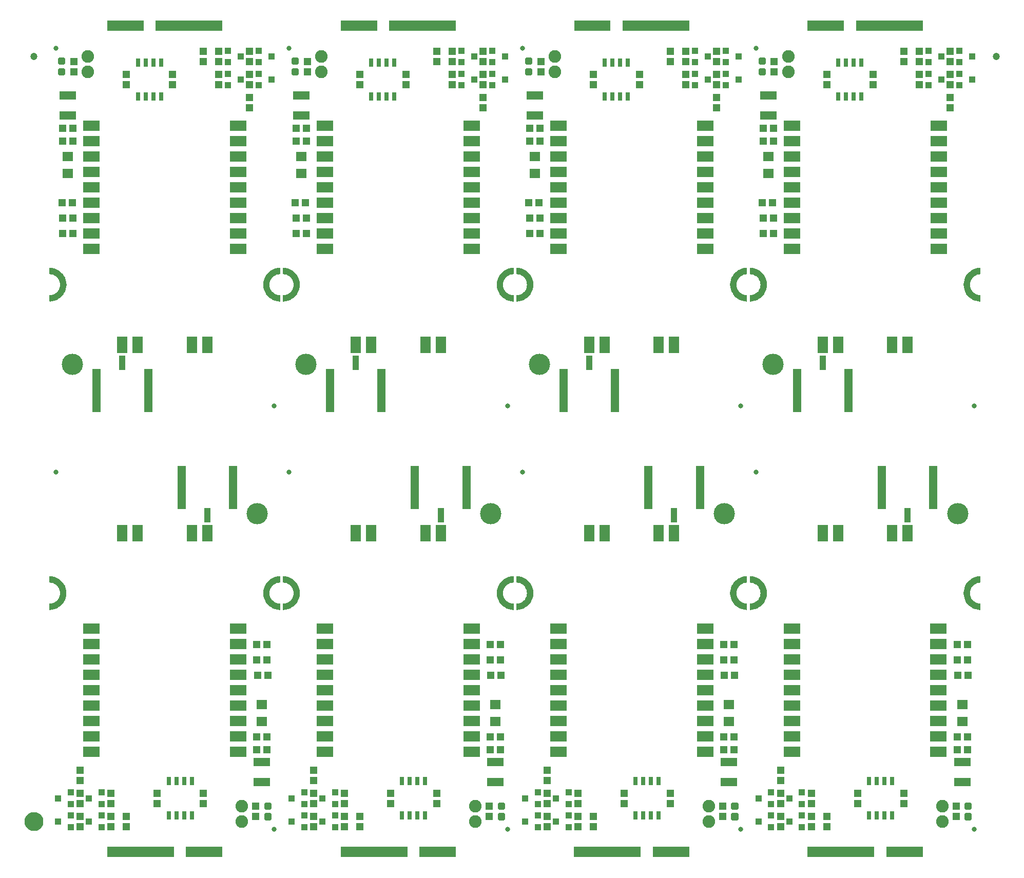
<source format=gts>
G04 EAGLE Gerber RS-274X export*
G75*
%MOMM*%
%FSLAX34Y34*%
%LPD*%
%INSoldermask Top*%
%IPPOS*%
%AMOC8*
5,1,8,0,0,1.08239X$1,22.5*%
G01*
%ADD10R,1.303200X1.203200*%
%ADD11C,0.838200*%
%ADD12R,1.803200X1.603200*%
%ADD13C,2.082800*%
%ADD14R,1.203200X1.303200*%
%ADD15C,0.505344*%
%ADD16R,2.703200X1.703200*%
%ADD17R,1.703200X2.703200*%
%ADD18R,2.703200X1.403200*%
%ADD19C,3.505200*%
%ADD20R,1.353200X7.203200*%
%ADD21R,1.103200X2.403200*%
%ADD22R,0.553200X1.653200*%
%ADD23C,0.863600*%
%ADD24R,0.803200X1.403200*%
%ADD25R,1.103200X1.003200*%
%ADD26C,1.203200*%
%ADD27C,1.270000*%
%ADD28C,1.703200*%

G36*
X389013Y921429D02*
X389013Y921429D01*
X389022Y921432D01*
X389048Y921434D01*
X392882Y922268D01*
X392891Y922272D01*
X392916Y922278D01*
X396592Y923649D01*
X396600Y923655D01*
X396625Y923664D01*
X400068Y925544D01*
X400075Y925551D01*
X400098Y925563D01*
X403239Y927915D01*
X403245Y927923D01*
X403266Y927938D01*
X406041Y930713D01*
X406045Y930721D01*
X406064Y930739D01*
X408415Y933880D01*
X408419Y933890D01*
X408435Y933910D01*
X410315Y937354D01*
X410317Y937363D01*
X410330Y937386D01*
X411701Y941063D01*
X411702Y941072D01*
X411711Y941097D01*
X412545Y944931D01*
X412544Y944940D01*
X412550Y944966D01*
X412830Y948880D01*
X412828Y948889D01*
X412830Y948915D01*
X412550Y952829D01*
X412549Y952833D01*
X412549Y952836D01*
X412546Y952842D01*
X412545Y952864D01*
X411711Y956698D01*
X411706Y956707D01*
X411701Y956732D01*
X410330Y960408D01*
X410324Y960416D01*
X410315Y960441D01*
X408435Y963884D01*
X408428Y963891D01*
X408415Y963914D01*
X406064Y967055D01*
X406056Y967061D01*
X406041Y967082D01*
X403266Y969857D01*
X403258Y969861D01*
X403239Y969880D01*
X400098Y972231D01*
X400089Y972235D01*
X400068Y972251D01*
X396625Y974131D01*
X396615Y974133D01*
X396592Y974146D01*
X392916Y975517D01*
X392907Y975518D01*
X392882Y975527D01*
X389048Y976361D01*
X389038Y976360D01*
X389013Y976366D01*
X385099Y976646D01*
X385074Y976641D01*
X385048Y976644D01*
X385007Y976626D01*
X384963Y976617D01*
X384944Y976598D01*
X384920Y976588D01*
X384895Y976550D01*
X384863Y976518D01*
X384858Y976493D01*
X384843Y976471D01*
X384832Y976397D01*
X384832Y966397D01*
X384834Y966390D01*
X384833Y966383D01*
X384854Y966324D01*
X384871Y966263D01*
X384877Y966258D01*
X384879Y966252D01*
X384929Y966213D01*
X384977Y966171D01*
X384984Y966170D01*
X384989Y966166D01*
X385062Y966149D01*
X387780Y965935D01*
X390412Y965303D01*
X392913Y964267D01*
X395221Y962853D01*
X397279Y961095D01*
X399037Y959037D01*
X400451Y956729D01*
X401487Y954228D01*
X402119Y951596D01*
X402331Y948897D01*
X402119Y946199D01*
X401487Y943567D01*
X400451Y941066D01*
X399037Y938758D01*
X397279Y936700D01*
X395221Y934942D01*
X392913Y933528D01*
X390412Y932492D01*
X387780Y931860D01*
X385062Y931646D01*
X385055Y931643D01*
X385048Y931644D01*
X384990Y931619D01*
X384931Y931596D01*
X384927Y931591D01*
X384920Y931588D01*
X384885Y931535D01*
X384848Y931484D01*
X384847Y931477D01*
X384843Y931471D01*
X384832Y931397D01*
X384832Y921397D01*
X384839Y921372D01*
X384837Y921346D01*
X384859Y921307D01*
X384871Y921263D01*
X384891Y921246D01*
X384903Y921223D01*
X384943Y921201D01*
X384977Y921171D01*
X385002Y921167D01*
X385025Y921155D01*
X385099Y921149D01*
X389013Y921429D01*
G37*
G36*
X3949Y921429D02*
X3949Y921429D01*
X3958Y921432D01*
X3984Y921434D01*
X7818Y922268D01*
X7827Y922272D01*
X7852Y922278D01*
X11528Y923649D01*
X11536Y923655D01*
X11561Y923664D01*
X15004Y925544D01*
X15011Y925551D01*
X15034Y925563D01*
X18175Y927915D01*
X18181Y927923D01*
X18202Y927938D01*
X20977Y930713D01*
X20981Y930721D01*
X21000Y930739D01*
X23351Y933880D01*
X23355Y933890D01*
X23371Y933910D01*
X25251Y937354D01*
X25253Y937363D01*
X25266Y937386D01*
X26637Y941063D01*
X26638Y941072D01*
X26647Y941097D01*
X27481Y944931D01*
X27480Y944940D01*
X27486Y944966D01*
X27766Y948880D01*
X27764Y948889D01*
X27766Y948915D01*
X27486Y952829D01*
X27485Y952833D01*
X27485Y952836D01*
X27482Y952842D01*
X27481Y952864D01*
X26647Y956698D01*
X26642Y956707D01*
X26637Y956732D01*
X25266Y960408D01*
X25260Y960416D01*
X25251Y960441D01*
X23371Y963884D01*
X23364Y963891D01*
X23351Y963914D01*
X21000Y967055D01*
X20992Y967061D01*
X20977Y967082D01*
X18202Y969857D01*
X18194Y969861D01*
X18175Y969880D01*
X15034Y972231D01*
X15025Y972235D01*
X15004Y972251D01*
X11561Y974131D01*
X11551Y974133D01*
X11528Y974146D01*
X7852Y975517D01*
X7843Y975518D01*
X7818Y975527D01*
X3984Y976361D01*
X3974Y976360D01*
X3949Y976366D01*
X35Y976646D01*
X10Y976641D01*
X-16Y976644D01*
X-57Y976626D01*
X-101Y976617D01*
X-120Y976598D01*
X-144Y976588D01*
X-169Y976550D01*
X-201Y976518D01*
X-206Y976493D01*
X-221Y976471D01*
X-232Y976397D01*
X-232Y966397D01*
X-230Y966390D01*
X-231Y966383D01*
X-210Y966324D01*
X-193Y966263D01*
X-187Y966258D01*
X-185Y966252D01*
X-135Y966213D01*
X-87Y966171D01*
X-80Y966170D01*
X-75Y966166D01*
X-2Y966149D01*
X2716Y965935D01*
X5348Y965303D01*
X7849Y964267D01*
X10157Y962853D01*
X12215Y961095D01*
X13973Y959037D01*
X15387Y956729D01*
X16423Y954228D01*
X17055Y951596D01*
X17267Y948897D01*
X17055Y946199D01*
X16423Y943567D01*
X15387Y941066D01*
X13973Y938758D01*
X12215Y936700D01*
X10157Y934942D01*
X7849Y933528D01*
X5348Y932492D01*
X2716Y931860D01*
X-2Y931646D01*
X-9Y931643D01*
X-16Y931644D01*
X-74Y931619D01*
X-133Y931596D01*
X-137Y931591D01*
X-144Y931588D01*
X-179Y931535D01*
X-216Y931484D01*
X-217Y931477D01*
X-221Y931471D01*
X-232Y931397D01*
X-232Y921397D01*
X-225Y921372D01*
X-227Y921346D01*
X-205Y921307D01*
X-193Y921263D01*
X-173Y921246D01*
X-161Y921223D01*
X-121Y921201D01*
X-87Y921171D01*
X-62Y921167D01*
X-39Y921155D01*
X35Y921149D01*
X3949Y921429D01*
G37*
G36*
X774102Y921429D02*
X774102Y921429D01*
X774111Y921432D01*
X774137Y921434D01*
X777971Y922268D01*
X777980Y922272D01*
X778006Y922278D01*
X781682Y923649D01*
X781690Y923655D01*
X781714Y923664D01*
X785158Y925544D01*
X785165Y925551D01*
X785188Y925563D01*
X788329Y927915D01*
X788335Y927923D01*
X788356Y927938D01*
X791130Y930713D01*
X791135Y930721D01*
X791153Y930739D01*
X793505Y933880D01*
X793508Y933890D01*
X793524Y933910D01*
X795404Y937354D01*
X795407Y937363D01*
X795419Y937386D01*
X796790Y941063D01*
X796791Y941072D01*
X796800Y941097D01*
X797634Y944931D01*
X797634Y944940D01*
X797640Y944966D01*
X797919Y948880D01*
X797917Y948889D01*
X797919Y948915D01*
X797640Y952829D01*
X797638Y952833D01*
X797638Y952836D01*
X797636Y952842D01*
X797634Y952864D01*
X796800Y956698D01*
X796796Y956707D01*
X796790Y956732D01*
X795419Y960408D01*
X795413Y960416D01*
X795404Y960441D01*
X793524Y963884D01*
X793517Y963891D01*
X793505Y963914D01*
X791153Y967055D01*
X791146Y967061D01*
X791130Y967082D01*
X788356Y969857D01*
X788347Y969861D01*
X788329Y969880D01*
X785188Y972231D01*
X785179Y972235D01*
X785158Y972251D01*
X781714Y974131D01*
X781705Y974133D01*
X781682Y974146D01*
X778006Y975517D01*
X777996Y975518D01*
X777971Y975527D01*
X774137Y976361D01*
X774128Y976360D01*
X774102Y976366D01*
X770189Y976646D01*
X770163Y976641D01*
X770137Y976644D01*
X770096Y976626D01*
X770052Y976617D01*
X770034Y976598D01*
X770010Y976588D01*
X769985Y976550D01*
X769953Y976518D01*
X769947Y976493D01*
X769933Y976471D01*
X769922Y976397D01*
X769922Y966397D01*
X769924Y966390D01*
X769922Y966383D01*
X769943Y966324D01*
X769961Y966263D01*
X769966Y966258D01*
X769969Y966252D01*
X770018Y966213D01*
X770066Y966171D01*
X770073Y966170D01*
X770079Y966166D01*
X770151Y966149D01*
X772869Y965935D01*
X775501Y965303D01*
X778002Y964267D01*
X780310Y962853D01*
X782368Y961095D01*
X784126Y959037D01*
X785541Y956729D01*
X786577Y954228D01*
X787208Y951596D01*
X787421Y948897D01*
X787208Y946199D01*
X786577Y943567D01*
X785541Y941066D01*
X784126Y938758D01*
X782368Y936700D01*
X780310Y934942D01*
X778002Y933528D01*
X775501Y932492D01*
X772869Y931860D01*
X770151Y931646D01*
X770145Y931643D01*
X770137Y931644D01*
X770080Y931619D01*
X770021Y931596D01*
X770016Y931591D01*
X770010Y931588D01*
X769975Y931535D01*
X769937Y931484D01*
X769937Y931477D01*
X769933Y931471D01*
X769922Y931397D01*
X769922Y921397D01*
X769929Y921372D01*
X769927Y921346D01*
X769948Y921307D01*
X769961Y921263D01*
X769980Y921246D01*
X769993Y921223D01*
X770032Y921201D01*
X770066Y921171D01*
X770092Y921167D01*
X770115Y921155D01*
X770189Y921149D01*
X774102Y921429D01*
G37*
G36*
X1159192Y921429D02*
X1159192Y921429D01*
X1159201Y921432D01*
X1159227Y921434D01*
X1163061Y922268D01*
X1163069Y922272D01*
X1163095Y922278D01*
X1166771Y923649D01*
X1166779Y923655D01*
X1166804Y923664D01*
X1170247Y925544D01*
X1170254Y925551D01*
X1170277Y925563D01*
X1173418Y927915D01*
X1173424Y927923D01*
X1173445Y927938D01*
X1176220Y930713D01*
X1176224Y930721D01*
X1176243Y930739D01*
X1178594Y933880D01*
X1178598Y933890D01*
X1178613Y933910D01*
X1180494Y937354D01*
X1180496Y937363D01*
X1180509Y937386D01*
X1181880Y941063D01*
X1181880Y941072D01*
X1181890Y941097D01*
X1182724Y944931D01*
X1182723Y944940D01*
X1182729Y944966D01*
X1183009Y948880D01*
X1183007Y948889D01*
X1183009Y948915D01*
X1182729Y952829D01*
X1182727Y952833D01*
X1182728Y952836D01*
X1182725Y952842D01*
X1182724Y952864D01*
X1181890Y956698D01*
X1181885Y956707D01*
X1181880Y956732D01*
X1180509Y960408D01*
X1180503Y960416D01*
X1180494Y960441D01*
X1178613Y963884D01*
X1178607Y963891D01*
X1178594Y963914D01*
X1176243Y967055D01*
X1176235Y967061D01*
X1176220Y967082D01*
X1173445Y969857D01*
X1173437Y969861D01*
X1173418Y969880D01*
X1170277Y972231D01*
X1170268Y972235D01*
X1170247Y972251D01*
X1166804Y974131D01*
X1166794Y974133D01*
X1166771Y974146D01*
X1163095Y975517D01*
X1163085Y975518D01*
X1163061Y975527D01*
X1159227Y976361D01*
X1159217Y976360D01*
X1159192Y976366D01*
X1155278Y976646D01*
X1155253Y976641D01*
X1155227Y976644D01*
X1155186Y976626D01*
X1155141Y976617D01*
X1155123Y976598D01*
X1155099Y976588D01*
X1155074Y976550D01*
X1155042Y976518D01*
X1155036Y976493D01*
X1155022Y976471D01*
X1155011Y976397D01*
X1155011Y966397D01*
X1155013Y966390D01*
X1155011Y966383D01*
X1155032Y966324D01*
X1155050Y966263D01*
X1155056Y966258D01*
X1155058Y966252D01*
X1155108Y966213D01*
X1155155Y966171D01*
X1155163Y966170D01*
X1155168Y966166D01*
X1155241Y966149D01*
X1157959Y965935D01*
X1160591Y965303D01*
X1163092Y964267D01*
X1165400Y962853D01*
X1167458Y961095D01*
X1169216Y959037D01*
X1170630Y956729D01*
X1171666Y954228D01*
X1172298Y951596D01*
X1172510Y948897D01*
X1172298Y946199D01*
X1171666Y943567D01*
X1170630Y941066D01*
X1169216Y938758D01*
X1167458Y936700D01*
X1165400Y934942D01*
X1163092Y933528D01*
X1160591Y932492D01*
X1157959Y931860D01*
X1155241Y931646D01*
X1155234Y931643D01*
X1155227Y931644D01*
X1155169Y931619D01*
X1155110Y931596D01*
X1155106Y931591D01*
X1155099Y931588D01*
X1155064Y931535D01*
X1155027Y931484D01*
X1155026Y931477D01*
X1155022Y931471D01*
X1155011Y931397D01*
X1155011Y921397D01*
X1155018Y921372D01*
X1155016Y921346D01*
X1155037Y921307D01*
X1155050Y921263D01*
X1155070Y921246D01*
X1155082Y921223D01*
X1155121Y921201D01*
X1155155Y921171D01*
X1155181Y921167D01*
X1155204Y921155D01*
X1155278Y921149D01*
X1159192Y921429D01*
G37*
G36*
X389013Y412531D02*
X389013Y412531D01*
X389022Y412535D01*
X389048Y412536D01*
X392882Y413370D01*
X392891Y413375D01*
X392916Y413380D01*
X396592Y414752D01*
X396600Y414757D01*
X396625Y414766D01*
X400068Y416647D01*
X400075Y416654D01*
X400098Y416666D01*
X403239Y419017D01*
X403245Y419025D01*
X403266Y419041D01*
X406041Y421815D01*
X406045Y421824D01*
X406064Y421842D01*
X408415Y424983D01*
X408419Y424992D01*
X408435Y425013D01*
X410315Y428457D01*
X410317Y428466D01*
X410330Y428489D01*
X411701Y432165D01*
X411702Y432175D01*
X411711Y432199D01*
X412545Y436033D01*
X412544Y436043D01*
X412550Y436069D01*
X412830Y439982D01*
X412828Y439992D01*
X412830Y440018D01*
X412550Y443931D01*
X412549Y443936D01*
X412549Y443939D01*
X412546Y443945D01*
X412545Y443967D01*
X411711Y447801D01*
X411706Y447809D01*
X411701Y447835D01*
X410330Y451511D01*
X410324Y451519D01*
X410315Y451543D01*
X408435Y454987D01*
X408428Y454994D01*
X408415Y455017D01*
X406064Y458158D01*
X406056Y458164D01*
X406041Y458185D01*
X403266Y460959D01*
X403258Y460964D01*
X403239Y460983D01*
X400098Y463334D01*
X400089Y463337D01*
X400068Y463353D01*
X396625Y465234D01*
X396615Y465236D01*
X396592Y465248D01*
X392916Y466620D01*
X392907Y466620D01*
X392882Y466630D01*
X389048Y467464D01*
X389038Y467463D01*
X389013Y467469D01*
X385099Y467749D01*
X385074Y467743D01*
X385048Y467747D01*
X385007Y467729D01*
X384963Y467719D01*
X384944Y467701D01*
X384920Y467690D01*
X384895Y467652D01*
X384863Y467621D01*
X384858Y467595D01*
X384843Y467574D01*
X384832Y467500D01*
X384832Y457500D01*
X384834Y457493D01*
X384833Y457486D01*
X384854Y457427D01*
X384871Y457366D01*
X384877Y457361D01*
X384879Y457354D01*
X384929Y457316D01*
X384977Y457274D01*
X384984Y457273D01*
X384989Y457268D01*
X385062Y457252D01*
X387780Y457038D01*
X390412Y456406D01*
X392913Y455370D01*
X395221Y453956D01*
X397279Y452198D01*
X399037Y450139D01*
X400451Y447831D01*
X401487Y445331D01*
X402119Y442698D01*
X402331Y440000D01*
X402119Y437302D01*
X401487Y434669D01*
X400451Y432169D01*
X399037Y429861D01*
X397279Y427802D01*
X395221Y426044D01*
X392913Y424630D01*
X390412Y423594D01*
X387780Y422962D01*
X385062Y422748D01*
X385055Y422746D01*
X385048Y422747D01*
X384990Y422721D01*
X384931Y422699D01*
X384927Y422693D01*
X384920Y422690D01*
X384885Y422637D01*
X384848Y422587D01*
X384847Y422580D01*
X384843Y422574D01*
X384832Y422500D01*
X384832Y412500D01*
X384839Y412475D01*
X384837Y412449D01*
X384859Y412409D01*
X384871Y412366D01*
X384891Y412349D01*
X384903Y412326D01*
X384943Y412304D01*
X384977Y412274D01*
X385002Y412270D01*
X385025Y412257D01*
X385099Y412251D01*
X389013Y412531D01*
G37*
G36*
X1159166Y412531D02*
X1159166Y412531D01*
X1159175Y412535D01*
X1159201Y412536D01*
X1163035Y413370D01*
X1163044Y413375D01*
X1163070Y413380D01*
X1166746Y414752D01*
X1166754Y414757D01*
X1166778Y414766D01*
X1170222Y416647D01*
X1170229Y416654D01*
X1170252Y416666D01*
X1173393Y419017D01*
X1173399Y419025D01*
X1173420Y419041D01*
X1176194Y421815D01*
X1176199Y421824D01*
X1176217Y421842D01*
X1178569Y424983D01*
X1178572Y424992D01*
X1178588Y425013D01*
X1180468Y428457D01*
X1180471Y428466D01*
X1180483Y428489D01*
X1181854Y432165D01*
X1181855Y432175D01*
X1181864Y432199D01*
X1182698Y436033D01*
X1182698Y436043D01*
X1182704Y436069D01*
X1182983Y439982D01*
X1182981Y439992D01*
X1182983Y440018D01*
X1182704Y443931D01*
X1182702Y443936D01*
X1182702Y443939D01*
X1182700Y443945D01*
X1182698Y443967D01*
X1181864Y447801D01*
X1181860Y447809D01*
X1181854Y447835D01*
X1180483Y451511D01*
X1180477Y451519D01*
X1180468Y451543D01*
X1178588Y454987D01*
X1178581Y454994D01*
X1178569Y455017D01*
X1176217Y458158D01*
X1176210Y458164D01*
X1176194Y458185D01*
X1173420Y460959D01*
X1173411Y460964D01*
X1173393Y460983D01*
X1170252Y463334D01*
X1170243Y463337D01*
X1170222Y463353D01*
X1166778Y465234D01*
X1166769Y465236D01*
X1166746Y465248D01*
X1163070Y466620D01*
X1163060Y466620D01*
X1163035Y466630D01*
X1159201Y467464D01*
X1159192Y467463D01*
X1159166Y467469D01*
X1155253Y467749D01*
X1155227Y467743D01*
X1155201Y467747D01*
X1155160Y467729D01*
X1155116Y467719D01*
X1155098Y467701D01*
X1155074Y467690D01*
X1155049Y467652D01*
X1155017Y467621D01*
X1155011Y467595D01*
X1154997Y467574D01*
X1154986Y467500D01*
X1154986Y457500D01*
X1154988Y457493D01*
X1154986Y457486D01*
X1155007Y457427D01*
X1155025Y457366D01*
X1155030Y457361D01*
X1155033Y457354D01*
X1155082Y457316D01*
X1155130Y457274D01*
X1155137Y457273D01*
X1155143Y457268D01*
X1155215Y457252D01*
X1157933Y457038D01*
X1160565Y456406D01*
X1163066Y455370D01*
X1165374Y453956D01*
X1167432Y452198D01*
X1169190Y450139D01*
X1170605Y447831D01*
X1171641Y445331D01*
X1172272Y442698D01*
X1172485Y440000D01*
X1172272Y437302D01*
X1171641Y434669D01*
X1170605Y432169D01*
X1169190Y429861D01*
X1167432Y427802D01*
X1165374Y426044D01*
X1163066Y424630D01*
X1160565Y423594D01*
X1157933Y422962D01*
X1155215Y422748D01*
X1155209Y422746D01*
X1155201Y422747D01*
X1155144Y422721D01*
X1155085Y422699D01*
X1155080Y422693D01*
X1155074Y422690D01*
X1155039Y422637D01*
X1155001Y422587D01*
X1155001Y422580D01*
X1154997Y422574D01*
X1154986Y422500D01*
X1154986Y412500D01*
X1154993Y412475D01*
X1154991Y412449D01*
X1155012Y412409D01*
X1155025Y412366D01*
X1155044Y412349D01*
X1155057Y412326D01*
X1155096Y412304D01*
X1155130Y412274D01*
X1155156Y412270D01*
X1155179Y412257D01*
X1155253Y412251D01*
X1159166Y412531D01*
G37*
G36*
X3923Y412531D02*
X3923Y412531D01*
X3933Y412535D01*
X3959Y412536D01*
X7793Y413370D01*
X7801Y413375D01*
X7827Y413380D01*
X11503Y414752D01*
X11511Y414757D01*
X11535Y414766D01*
X14979Y416647D01*
X14986Y416654D01*
X15009Y416666D01*
X18150Y419017D01*
X18156Y419025D01*
X18177Y419041D01*
X20951Y421815D01*
X20956Y421824D01*
X20975Y421842D01*
X23326Y424983D01*
X23329Y424992D01*
X23345Y425013D01*
X25226Y428457D01*
X25228Y428466D01*
X25240Y428489D01*
X26612Y432165D01*
X26612Y432175D01*
X26622Y432199D01*
X27456Y436033D01*
X27455Y436043D01*
X27461Y436069D01*
X27741Y439982D01*
X27739Y439992D01*
X27741Y440018D01*
X27461Y443931D01*
X27459Y443936D01*
X27460Y443939D01*
X27457Y443945D01*
X27456Y443967D01*
X26622Y447801D01*
X26617Y447809D01*
X26612Y447835D01*
X25240Y451511D01*
X25235Y451519D01*
X25226Y451543D01*
X23345Y454987D01*
X23338Y454994D01*
X23326Y455017D01*
X20975Y458158D01*
X20967Y458164D01*
X20951Y458185D01*
X18177Y460959D01*
X18168Y460964D01*
X18150Y460983D01*
X15009Y463334D01*
X15000Y463337D01*
X14979Y463353D01*
X11535Y465234D01*
X11526Y465236D01*
X11503Y465248D01*
X7827Y466620D01*
X7817Y466620D01*
X7793Y466630D01*
X3959Y467464D01*
X3949Y467463D01*
X3923Y467469D01*
X10Y467749D01*
X-16Y467743D01*
X-41Y467747D01*
X-83Y467729D01*
X-127Y467719D01*
X-145Y467701D01*
X-169Y467690D01*
X-194Y467652D01*
X-226Y467621D01*
X-232Y467595D01*
X-246Y467574D01*
X-257Y467500D01*
X-257Y457500D01*
X-255Y457493D01*
X-257Y457486D01*
X-236Y457427D01*
X-218Y457366D01*
X-213Y457361D01*
X-210Y457354D01*
X-160Y457316D01*
X-113Y457274D01*
X-106Y457273D01*
X-100Y457268D01*
X-28Y457252D01*
X2690Y457038D01*
X5323Y456406D01*
X7823Y455370D01*
X10131Y453956D01*
X12190Y452198D01*
X13948Y450139D01*
X15362Y447831D01*
X16398Y445331D01*
X17030Y442698D01*
X17242Y440000D01*
X17030Y437302D01*
X16398Y434669D01*
X15362Y432169D01*
X13948Y429861D01*
X12190Y427802D01*
X10131Y426044D01*
X7823Y424630D01*
X5323Y423594D01*
X2690Y422962D01*
X-28Y422748D01*
X-34Y422746D01*
X-41Y422747D01*
X-99Y422721D01*
X-158Y422699D01*
X-163Y422693D01*
X-169Y422690D01*
X-204Y422637D01*
X-242Y422587D01*
X-242Y422580D01*
X-246Y422574D01*
X-257Y422500D01*
X-257Y412500D01*
X-250Y412475D01*
X-252Y412449D01*
X-231Y412409D01*
X-218Y412366D01*
X-198Y412349D01*
X-186Y412326D01*
X-147Y412304D01*
X-113Y412274D01*
X-87Y412270D01*
X-64Y412257D01*
X10Y412251D01*
X3923Y412531D01*
G37*
G36*
X774077Y412531D02*
X774077Y412531D01*
X774086Y412535D01*
X774112Y412536D01*
X777946Y413370D01*
X777955Y413375D01*
X777980Y413380D01*
X781656Y414752D01*
X781664Y414757D01*
X781689Y414766D01*
X785132Y416647D01*
X785139Y416654D01*
X785162Y416666D01*
X788303Y419017D01*
X788309Y419025D01*
X788330Y419041D01*
X791105Y421815D01*
X791109Y421824D01*
X791128Y421842D01*
X793479Y424983D01*
X793483Y424992D01*
X793499Y425013D01*
X795379Y428457D01*
X795381Y428466D01*
X795394Y428489D01*
X796765Y432165D01*
X796766Y432175D01*
X796775Y432199D01*
X797609Y436033D01*
X797608Y436043D01*
X797614Y436069D01*
X797894Y439982D01*
X797892Y439992D01*
X797894Y440018D01*
X797614Y443931D01*
X797613Y443936D01*
X797613Y443939D01*
X797610Y443945D01*
X797609Y443967D01*
X796775Y447801D01*
X796770Y447809D01*
X796765Y447835D01*
X795394Y451511D01*
X795388Y451519D01*
X795379Y451543D01*
X793499Y454987D01*
X793492Y454994D01*
X793479Y455017D01*
X791128Y458158D01*
X791120Y458164D01*
X791105Y458185D01*
X788330Y460959D01*
X788322Y460964D01*
X788303Y460983D01*
X785162Y463334D01*
X785153Y463337D01*
X785132Y463353D01*
X781689Y465234D01*
X781679Y465236D01*
X781656Y465248D01*
X777980Y466620D01*
X777971Y466620D01*
X777946Y466630D01*
X774112Y467464D01*
X774102Y467463D01*
X774077Y467469D01*
X770163Y467749D01*
X770138Y467743D01*
X770112Y467747D01*
X770071Y467729D01*
X770027Y467719D01*
X770008Y467701D01*
X769984Y467690D01*
X769959Y467652D01*
X769927Y467621D01*
X769922Y467595D01*
X769907Y467574D01*
X769896Y467500D01*
X769896Y457500D01*
X769898Y457493D01*
X769897Y457486D01*
X769918Y457427D01*
X769935Y457366D01*
X769941Y457361D01*
X769943Y457354D01*
X769993Y457316D01*
X770041Y457274D01*
X770048Y457273D01*
X770053Y457268D01*
X770126Y457252D01*
X772844Y457038D01*
X775476Y456406D01*
X777977Y455370D01*
X780285Y453956D01*
X782343Y452198D01*
X784101Y450139D01*
X785515Y447831D01*
X786551Y445331D01*
X787183Y442698D01*
X787395Y440000D01*
X787183Y437302D01*
X786551Y434669D01*
X785515Y432169D01*
X784101Y429861D01*
X782343Y427802D01*
X780285Y426044D01*
X777977Y424630D01*
X775476Y423594D01*
X772844Y422962D01*
X770126Y422748D01*
X770119Y422746D01*
X770112Y422747D01*
X770054Y422721D01*
X769995Y422699D01*
X769991Y422693D01*
X769984Y422690D01*
X769949Y422637D01*
X769912Y422587D01*
X769911Y422580D01*
X769907Y422574D01*
X769896Y422500D01*
X769896Y412500D01*
X769903Y412475D01*
X769901Y412449D01*
X769923Y412409D01*
X769935Y412366D01*
X769955Y412349D01*
X769967Y412326D01*
X770007Y412304D01*
X770041Y412274D01*
X770066Y412270D01*
X770089Y412257D01*
X770163Y412251D01*
X774077Y412531D01*
G37*
G36*
X380025Y921154D02*
X380025Y921154D01*
X380051Y921150D01*
X380092Y921169D01*
X380136Y921178D01*
X380155Y921197D01*
X380179Y921207D01*
X380203Y921245D01*
X380236Y921277D01*
X380241Y921302D01*
X380256Y921324D01*
X380267Y921397D01*
X380267Y931397D01*
X380265Y931404D01*
X380266Y931411D01*
X380245Y931471D01*
X380227Y931532D01*
X380222Y931536D01*
X380220Y931543D01*
X380170Y931582D01*
X380122Y931624D01*
X380115Y931625D01*
X380109Y931629D01*
X380037Y931646D01*
X377319Y931860D01*
X374687Y932492D01*
X372186Y933528D01*
X369878Y934942D01*
X367820Y936700D01*
X366062Y938758D01*
X364648Y941066D01*
X363612Y943567D01*
X362980Y946199D01*
X362767Y948897D01*
X362980Y951596D01*
X363612Y954228D01*
X364648Y956729D01*
X366062Y959037D01*
X367820Y961095D01*
X369878Y962853D01*
X372186Y964267D01*
X374687Y965303D01*
X377319Y965935D01*
X380037Y966149D01*
X380044Y966152D01*
X380051Y966150D01*
X380109Y966176D01*
X380168Y966199D01*
X380172Y966204D01*
X380179Y966207D01*
X380213Y966260D01*
X380251Y966311D01*
X380252Y966318D01*
X380256Y966324D01*
X380267Y966397D01*
X380267Y976397D01*
X380259Y976422D01*
X380261Y976448D01*
X380240Y976488D01*
X380227Y976532D01*
X380208Y976549D01*
X380196Y976572D01*
X380156Y976594D01*
X380122Y976624D01*
X380096Y976627D01*
X380074Y976640D01*
X380000Y976646D01*
X376086Y976366D01*
X376077Y976363D01*
X376051Y976361D01*
X372217Y975527D01*
X372208Y975522D01*
X372183Y975517D01*
X368506Y974146D01*
X368499Y974140D01*
X368474Y974131D01*
X365030Y972251D01*
X365024Y972244D01*
X365000Y972231D01*
X361859Y969880D01*
X361854Y969872D01*
X361833Y969857D01*
X359058Y967082D01*
X359053Y967074D01*
X359035Y967055D01*
X356683Y963914D01*
X356680Y963905D01*
X356664Y963884D01*
X354784Y960441D01*
X354782Y960431D01*
X354769Y960408D01*
X353398Y956732D01*
X353397Y956723D01*
X353388Y956698D01*
X352554Y952864D01*
X352554Y952854D01*
X352549Y952829D01*
X352269Y948915D01*
X352271Y948906D01*
X352269Y948880D01*
X352549Y944966D01*
X352552Y944957D01*
X352554Y944931D01*
X353388Y941097D01*
X353392Y941088D01*
X353398Y941063D01*
X354769Y937386D01*
X354775Y937379D01*
X354784Y937354D01*
X356664Y933910D01*
X356671Y933904D01*
X356683Y933880D01*
X359035Y930739D01*
X359043Y930734D01*
X359058Y930713D01*
X361833Y927938D01*
X361841Y927933D01*
X361859Y927915D01*
X365000Y925563D01*
X365010Y925560D01*
X365030Y925544D01*
X368474Y923664D01*
X368483Y923662D01*
X368506Y923649D01*
X372183Y922278D01*
X372192Y922277D01*
X372217Y922268D01*
X376051Y921434D01*
X376060Y921434D01*
X376086Y921429D01*
X380000Y921149D01*
X380025Y921154D01*
G37*
G36*
X1535268Y921154D02*
X1535268Y921154D01*
X1535294Y921150D01*
X1535335Y921169D01*
X1535379Y921178D01*
X1535398Y921197D01*
X1535421Y921207D01*
X1535446Y921245D01*
X1535478Y921277D01*
X1535484Y921302D01*
X1535498Y921324D01*
X1535509Y921397D01*
X1535509Y931397D01*
X1535507Y931404D01*
X1535509Y931411D01*
X1535488Y931471D01*
X1535470Y931532D01*
X1535465Y931536D01*
X1535462Y931543D01*
X1535413Y931582D01*
X1535365Y931624D01*
X1535358Y931625D01*
X1535352Y931629D01*
X1535280Y931646D01*
X1532562Y931860D01*
X1529930Y932492D01*
X1527429Y933528D01*
X1525121Y934942D01*
X1523063Y936700D01*
X1521305Y938758D01*
X1519890Y941066D01*
X1518855Y943567D01*
X1518223Y946199D01*
X1518010Y948897D01*
X1518223Y951596D01*
X1518855Y954228D01*
X1519890Y956729D01*
X1521305Y959037D01*
X1523063Y961095D01*
X1525121Y962853D01*
X1527429Y964267D01*
X1529930Y965303D01*
X1532562Y965935D01*
X1535280Y966149D01*
X1535286Y966152D01*
X1535294Y966150D01*
X1535352Y966176D01*
X1535410Y966199D01*
X1535415Y966204D01*
X1535421Y966207D01*
X1535456Y966260D01*
X1535494Y966311D01*
X1535494Y966318D01*
X1535498Y966324D01*
X1535509Y966397D01*
X1535509Y976397D01*
X1535502Y976422D01*
X1535504Y976448D01*
X1535483Y976488D01*
X1535470Y976532D01*
X1535451Y976549D01*
X1535438Y976572D01*
X1535399Y976594D01*
X1535365Y976624D01*
X1535339Y976627D01*
X1535317Y976640D01*
X1535242Y976646D01*
X1531329Y976366D01*
X1531320Y976363D01*
X1531294Y976361D01*
X1527460Y975527D01*
X1527451Y975522D01*
X1527425Y975517D01*
X1523749Y974146D01*
X1523741Y974140D01*
X1523717Y974131D01*
X1520273Y972251D01*
X1520266Y972244D01*
X1520243Y972231D01*
X1517102Y969880D01*
X1517096Y969872D01*
X1517075Y969857D01*
X1514301Y967082D01*
X1514296Y967074D01*
X1514278Y967055D01*
X1511926Y963914D01*
X1511923Y963905D01*
X1511907Y963884D01*
X1510027Y960441D01*
X1510025Y960431D01*
X1510012Y960408D01*
X1508641Y956732D01*
X1508640Y956723D01*
X1508631Y956698D01*
X1507797Y952864D01*
X1507797Y952854D01*
X1507791Y952829D01*
X1507512Y948915D01*
X1507514Y948906D01*
X1507512Y948880D01*
X1507791Y944966D01*
X1507795Y944957D01*
X1507797Y944931D01*
X1508631Y941097D01*
X1508635Y941088D01*
X1508641Y941063D01*
X1510012Y937386D01*
X1510018Y937379D01*
X1510027Y937354D01*
X1511907Y933910D01*
X1511914Y933904D01*
X1511926Y933880D01*
X1514278Y930739D01*
X1514285Y930734D01*
X1514301Y930713D01*
X1517075Y927938D01*
X1517084Y927933D01*
X1517102Y927915D01*
X1520243Y925563D01*
X1520252Y925560D01*
X1520273Y925544D01*
X1523717Y923664D01*
X1523726Y923662D01*
X1523749Y923649D01*
X1527425Y922278D01*
X1527435Y922277D01*
X1527460Y922268D01*
X1531294Y921434D01*
X1531303Y921434D01*
X1531329Y921429D01*
X1535242Y921149D01*
X1535268Y921154D01*
G37*
G36*
X1150179Y921154D02*
X1150179Y921154D01*
X1150204Y921150D01*
X1150246Y921169D01*
X1150290Y921178D01*
X1150308Y921197D01*
X1150332Y921207D01*
X1150357Y921245D01*
X1150389Y921277D01*
X1150395Y921302D01*
X1150409Y921324D01*
X1150420Y921397D01*
X1150420Y931397D01*
X1150418Y931404D01*
X1150420Y931411D01*
X1150399Y931471D01*
X1150381Y931532D01*
X1150375Y931536D01*
X1150373Y931543D01*
X1150323Y931582D01*
X1150276Y931624D01*
X1150268Y931625D01*
X1150263Y931629D01*
X1150190Y931646D01*
X1147472Y931860D01*
X1144840Y932492D01*
X1142339Y933528D01*
X1140032Y934942D01*
X1137973Y936700D01*
X1136215Y938758D01*
X1134801Y941066D01*
X1133765Y943567D01*
X1133133Y946199D01*
X1132921Y948897D01*
X1133133Y951596D01*
X1133765Y954228D01*
X1134801Y956729D01*
X1136215Y959037D01*
X1137973Y961095D01*
X1140032Y962853D01*
X1142339Y964267D01*
X1144840Y965303D01*
X1147472Y965935D01*
X1150190Y966149D01*
X1150197Y966152D01*
X1150204Y966150D01*
X1150262Y966176D01*
X1150321Y966199D01*
X1150325Y966204D01*
X1150332Y966207D01*
X1150367Y966260D01*
X1150405Y966311D01*
X1150405Y966318D01*
X1150409Y966324D01*
X1150420Y966397D01*
X1150420Y976397D01*
X1150413Y976422D01*
X1150415Y976448D01*
X1150394Y976488D01*
X1150381Y976532D01*
X1150361Y976549D01*
X1150349Y976572D01*
X1150310Y976594D01*
X1150276Y976624D01*
X1150250Y976627D01*
X1150227Y976640D01*
X1150153Y976646D01*
X1146239Y976366D01*
X1146230Y976363D01*
X1146204Y976361D01*
X1142370Y975527D01*
X1142362Y975522D01*
X1142336Y975517D01*
X1138660Y974146D01*
X1138652Y974140D01*
X1138627Y974131D01*
X1135184Y972251D01*
X1135177Y972244D01*
X1135154Y972231D01*
X1132013Y969880D01*
X1132007Y969872D01*
X1131986Y969857D01*
X1129211Y967082D01*
X1129207Y967074D01*
X1129188Y967055D01*
X1126837Y963914D01*
X1126833Y963905D01*
X1126818Y963884D01*
X1124937Y960441D01*
X1124935Y960431D01*
X1124922Y960408D01*
X1123551Y956732D01*
X1123551Y956723D01*
X1123541Y956698D01*
X1122707Y952864D01*
X1122708Y952854D01*
X1122702Y952829D01*
X1122422Y948915D01*
X1122424Y948906D01*
X1122422Y948880D01*
X1122702Y944966D01*
X1122705Y944957D01*
X1122707Y944931D01*
X1123541Y941097D01*
X1123546Y941088D01*
X1123551Y941063D01*
X1124922Y937386D01*
X1124928Y937379D01*
X1124937Y937354D01*
X1126818Y933910D01*
X1126824Y933904D01*
X1126837Y933880D01*
X1129188Y930739D01*
X1129196Y930734D01*
X1129211Y930713D01*
X1131986Y927938D01*
X1131994Y927933D01*
X1132013Y927915D01*
X1135154Y925563D01*
X1135163Y925560D01*
X1135184Y925544D01*
X1138627Y923664D01*
X1138637Y923662D01*
X1138660Y923649D01*
X1142336Y922278D01*
X1142346Y922277D01*
X1142370Y922268D01*
X1146204Y921434D01*
X1146214Y921434D01*
X1146239Y921429D01*
X1150153Y921149D01*
X1150179Y921154D01*
G37*
G36*
X765089Y921154D02*
X765089Y921154D01*
X765115Y921150D01*
X765156Y921169D01*
X765200Y921178D01*
X765219Y921197D01*
X765243Y921207D01*
X765267Y921245D01*
X765300Y921277D01*
X765305Y921302D01*
X765320Y921324D01*
X765331Y921397D01*
X765331Y931397D01*
X765329Y931404D01*
X765330Y931411D01*
X765309Y931471D01*
X765291Y931532D01*
X765286Y931536D01*
X765284Y931543D01*
X765234Y931582D01*
X765186Y931624D01*
X765179Y931625D01*
X765173Y931629D01*
X765101Y931646D01*
X762383Y931860D01*
X759751Y932492D01*
X757250Y933528D01*
X754942Y934942D01*
X752884Y936700D01*
X751126Y938758D01*
X749712Y941066D01*
X748676Y943567D01*
X748044Y946199D01*
X747831Y948897D01*
X748044Y951596D01*
X748676Y954228D01*
X749712Y956729D01*
X751126Y959037D01*
X752884Y961095D01*
X754942Y962853D01*
X757250Y964267D01*
X759751Y965303D01*
X762383Y965935D01*
X765101Y966149D01*
X765108Y966152D01*
X765115Y966150D01*
X765173Y966176D01*
X765232Y966199D01*
X765236Y966204D01*
X765243Y966207D01*
X765277Y966260D01*
X765315Y966311D01*
X765316Y966318D01*
X765320Y966324D01*
X765331Y966397D01*
X765331Y976397D01*
X765323Y976422D01*
X765325Y976448D01*
X765304Y976488D01*
X765291Y976532D01*
X765272Y976549D01*
X765260Y976572D01*
X765220Y976594D01*
X765186Y976624D01*
X765160Y976627D01*
X765138Y976640D01*
X765064Y976646D01*
X761150Y976366D01*
X761141Y976363D01*
X761115Y976361D01*
X757281Y975527D01*
X757272Y975522D01*
X757247Y975517D01*
X753570Y974146D01*
X753563Y974140D01*
X753538Y974131D01*
X750094Y972251D01*
X750088Y972244D01*
X750064Y972231D01*
X746923Y969880D01*
X746918Y969872D01*
X746897Y969857D01*
X744122Y967082D01*
X744117Y967074D01*
X744099Y967055D01*
X741747Y963914D01*
X741744Y963905D01*
X741728Y963884D01*
X739848Y960441D01*
X739846Y960431D01*
X739833Y960408D01*
X738462Y956732D01*
X738461Y956723D01*
X738452Y956698D01*
X737618Y952864D01*
X737618Y952854D01*
X737613Y952829D01*
X737333Y948915D01*
X737335Y948906D01*
X737333Y948880D01*
X737613Y944966D01*
X737616Y944957D01*
X737618Y944931D01*
X738452Y941097D01*
X738456Y941088D01*
X738462Y941063D01*
X739833Y937386D01*
X739839Y937379D01*
X739848Y937354D01*
X741728Y933910D01*
X741735Y933904D01*
X741747Y933880D01*
X744099Y930739D01*
X744107Y930734D01*
X744122Y930713D01*
X746897Y927938D01*
X746905Y927933D01*
X746923Y927915D01*
X750064Y925563D01*
X750074Y925560D01*
X750094Y925544D01*
X753538Y923664D01*
X753547Y923662D01*
X753570Y923649D01*
X757247Y922278D01*
X757256Y922277D01*
X757281Y922268D01*
X761115Y921434D01*
X761124Y921434D01*
X761150Y921429D01*
X765064Y921149D01*
X765089Y921154D01*
G37*
G36*
X380000Y412257D02*
X380000Y412257D01*
X380025Y412253D01*
X380067Y412271D01*
X380111Y412281D01*
X380129Y412299D01*
X380153Y412310D01*
X380178Y412348D01*
X380210Y412379D01*
X380216Y412405D01*
X380230Y412427D01*
X380241Y412500D01*
X380241Y422500D01*
X380239Y422507D01*
X380241Y422514D01*
X380220Y422573D01*
X380202Y422634D01*
X380197Y422639D01*
X380194Y422646D01*
X380144Y422685D01*
X380097Y422726D01*
X380090Y422727D01*
X380084Y422732D01*
X380012Y422748D01*
X377294Y422962D01*
X374661Y423594D01*
X372161Y424630D01*
X369853Y426044D01*
X367794Y427802D01*
X366036Y429861D01*
X364622Y432169D01*
X363586Y434669D01*
X362954Y437302D01*
X362742Y440000D01*
X362954Y442698D01*
X363586Y445331D01*
X364622Y447831D01*
X366036Y450139D01*
X367794Y452198D01*
X369853Y453956D01*
X372161Y455370D01*
X374661Y456406D01*
X377294Y457038D01*
X380012Y457252D01*
X380018Y457254D01*
X380025Y457253D01*
X380083Y457279D01*
X380142Y457301D01*
X380147Y457307D01*
X380153Y457310D01*
X380188Y457363D01*
X380226Y457413D01*
X380226Y457421D01*
X380230Y457427D01*
X380241Y457500D01*
X380241Y467500D01*
X380234Y467525D01*
X380236Y467551D01*
X380215Y467591D01*
X380202Y467634D01*
X380182Y467651D01*
X380170Y467674D01*
X380131Y467696D01*
X380097Y467726D01*
X380071Y467730D01*
X380048Y467743D01*
X379974Y467749D01*
X376061Y467469D01*
X376051Y467465D01*
X376025Y467464D01*
X372191Y466630D01*
X372183Y466625D01*
X372157Y466620D01*
X368481Y465248D01*
X368473Y465243D01*
X368449Y465234D01*
X365005Y463353D01*
X364998Y463346D01*
X364975Y463334D01*
X361834Y460983D01*
X361828Y460975D01*
X361807Y460959D01*
X359033Y458185D01*
X359028Y458176D01*
X359009Y458158D01*
X356658Y455017D01*
X356655Y455008D01*
X356639Y454987D01*
X354758Y451543D01*
X354756Y451534D01*
X354744Y451511D01*
X353372Y447835D01*
X353372Y447825D01*
X353362Y447801D01*
X352528Y443967D01*
X352529Y443957D01*
X352523Y443931D01*
X352243Y440018D01*
X352245Y440008D01*
X352243Y439982D01*
X352523Y436069D01*
X352527Y436059D01*
X352528Y436033D01*
X353362Y432199D01*
X353367Y432191D01*
X353372Y432165D01*
X354744Y428489D01*
X354749Y428481D01*
X354758Y428457D01*
X356639Y425013D01*
X356646Y425006D01*
X356658Y424983D01*
X359009Y421842D01*
X359017Y421836D01*
X359033Y421815D01*
X361807Y419041D01*
X361816Y419036D01*
X361834Y419017D01*
X364975Y416666D01*
X364984Y416663D01*
X365005Y416647D01*
X368449Y414766D01*
X368458Y414764D01*
X368481Y414752D01*
X372157Y413380D01*
X372167Y413380D01*
X372191Y413370D01*
X376025Y412536D01*
X376035Y412537D01*
X376061Y412531D01*
X379974Y412251D01*
X380000Y412257D01*
G37*
G36*
X765089Y412257D02*
X765089Y412257D01*
X765115Y412253D01*
X765156Y412271D01*
X765200Y412281D01*
X765219Y412299D01*
X765243Y412310D01*
X765267Y412348D01*
X765300Y412379D01*
X765305Y412405D01*
X765320Y412427D01*
X765331Y412500D01*
X765331Y422500D01*
X765329Y422507D01*
X765330Y422514D01*
X765309Y422573D01*
X765291Y422634D01*
X765286Y422639D01*
X765284Y422646D01*
X765234Y422685D01*
X765186Y422726D01*
X765179Y422727D01*
X765173Y422732D01*
X765101Y422748D01*
X762383Y422962D01*
X759751Y423594D01*
X757250Y424630D01*
X754942Y426044D01*
X752884Y427802D01*
X751126Y429861D01*
X749712Y432169D01*
X748676Y434669D01*
X748044Y437302D01*
X747831Y440000D01*
X748044Y442698D01*
X748676Y445331D01*
X749712Y447831D01*
X751126Y450139D01*
X752884Y452198D01*
X754942Y453956D01*
X757250Y455370D01*
X759751Y456406D01*
X762383Y457038D01*
X765101Y457252D01*
X765108Y457254D01*
X765115Y457253D01*
X765173Y457279D01*
X765232Y457301D01*
X765236Y457307D01*
X765243Y457310D01*
X765277Y457363D01*
X765315Y457413D01*
X765316Y457421D01*
X765320Y457427D01*
X765331Y457500D01*
X765331Y467500D01*
X765323Y467525D01*
X765325Y467551D01*
X765304Y467591D01*
X765291Y467634D01*
X765272Y467651D01*
X765260Y467674D01*
X765220Y467696D01*
X765186Y467726D01*
X765160Y467730D01*
X765138Y467743D01*
X765064Y467749D01*
X761150Y467469D01*
X761141Y467465D01*
X761115Y467464D01*
X757281Y466630D01*
X757272Y466625D01*
X757247Y466620D01*
X753570Y465248D01*
X753563Y465243D01*
X753538Y465234D01*
X750094Y463353D01*
X750088Y463346D01*
X750064Y463334D01*
X746923Y460983D01*
X746918Y460975D01*
X746897Y460959D01*
X744122Y458185D01*
X744117Y458176D01*
X744099Y458158D01*
X741747Y455017D01*
X741744Y455008D01*
X741728Y454987D01*
X739848Y451543D01*
X739846Y451534D01*
X739833Y451511D01*
X738462Y447835D01*
X738461Y447825D01*
X738452Y447801D01*
X737618Y443967D01*
X737618Y443957D01*
X737613Y443931D01*
X737333Y440018D01*
X737335Y440008D01*
X737333Y439982D01*
X737613Y436069D01*
X737616Y436059D01*
X737618Y436033D01*
X738452Y432199D01*
X738456Y432191D01*
X738462Y432165D01*
X739833Y428489D01*
X739839Y428481D01*
X739848Y428457D01*
X741728Y425013D01*
X741735Y425006D01*
X741747Y424983D01*
X744099Y421842D01*
X744107Y421836D01*
X744122Y421815D01*
X746897Y419041D01*
X746905Y419036D01*
X746923Y419017D01*
X750064Y416666D01*
X750074Y416663D01*
X750094Y416647D01*
X753538Y414766D01*
X753547Y414764D01*
X753570Y414752D01*
X757247Y413380D01*
X757256Y413380D01*
X757281Y413370D01*
X761115Y412536D01*
X761124Y412537D01*
X761150Y412531D01*
X765064Y412251D01*
X765089Y412257D01*
G37*
G36*
X1535243Y412257D02*
X1535243Y412257D01*
X1535268Y412253D01*
X1535310Y412271D01*
X1535354Y412281D01*
X1535372Y412299D01*
X1535396Y412310D01*
X1535421Y412348D01*
X1535453Y412379D01*
X1535459Y412405D01*
X1535473Y412427D01*
X1535484Y412500D01*
X1535484Y422500D01*
X1535482Y422507D01*
X1535484Y422514D01*
X1535463Y422573D01*
X1535445Y422634D01*
X1535439Y422639D01*
X1535437Y422646D01*
X1535387Y422685D01*
X1535340Y422726D01*
X1535332Y422727D01*
X1535327Y422732D01*
X1535254Y422748D01*
X1532536Y422962D01*
X1529904Y423594D01*
X1527403Y424630D01*
X1525096Y426044D01*
X1523037Y427802D01*
X1521279Y429861D01*
X1519865Y432169D01*
X1518829Y434669D01*
X1518197Y437302D01*
X1517985Y440000D01*
X1518197Y442698D01*
X1518829Y445331D01*
X1519865Y447831D01*
X1521279Y450139D01*
X1523037Y452198D01*
X1525096Y453956D01*
X1527403Y455370D01*
X1529904Y456406D01*
X1532536Y457038D01*
X1535254Y457252D01*
X1535261Y457254D01*
X1535268Y457253D01*
X1535326Y457279D01*
X1535385Y457301D01*
X1535389Y457307D01*
X1535396Y457310D01*
X1535431Y457363D01*
X1535469Y457413D01*
X1535469Y457421D01*
X1535473Y457427D01*
X1535484Y457500D01*
X1535484Y467500D01*
X1535477Y467525D01*
X1535479Y467551D01*
X1535458Y467591D01*
X1535445Y467634D01*
X1535425Y467651D01*
X1535413Y467674D01*
X1535374Y467696D01*
X1535340Y467726D01*
X1535314Y467730D01*
X1535291Y467743D01*
X1535217Y467749D01*
X1531303Y467469D01*
X1531294Y467465D01*
X1531268Y467464D01*
X1527434Y466630D01*
X1527426Y466625D01*
X1527400Y466620D01*
X1523724Y465248D01*
X1523716Y465243D01*
X1523691Y465234D01*
X1520248Y463353D01*
X1520241Y463346D01*
X1520218Y463334D01*
X1517077Y460983D01*
X1517071Y460975D01*
X1517050Y460959D01*
X1514275Y458185D01*
X1514271Y458176D01*
X1514252Y458158D01*
X1511901Y455017D01*
X1511897Y455008D01*
X1511882Y454987D01*
X1510001Y451543D01*
X1509999Y451534D01*
X1509986Y451511D01*
X1508615Y447835D01*
X1508615Y447825D01*
X1508605Y447801D01*
X1507771Y443967D01*
X1507772Y443957D01*
X1507766Y443931D01*
X1507486Y440018D01*
X1507488Y440008D01*
X1507486Y439982D01*
X1507766Y436069D01*
X1507769Y436059D01*
X1507771Y436033D01*
X1508605Y432199D01*
X1508610Y432191D01*
X1508615Y432165D01*
X1509986Y428489D01*
X1509992Y428481D01*
X1510001Y428457D01*
X1511882Y425013D01*
X1511888Y425006D01*
X1511901Y424983D01*
X1514252Y421842D01*
X1514260Y421836D01*
X1514275Y421815D01*
X1517050Y419041D01*
X1517058Y419036D01*
X1517077Y419017D01*
X1520218Y416666D01*
X1520227Y416663D01*
X1520248Y416647D01*
X1523691Y414766D01*
X1523701Y414764D01*
X1523724Y414752D01*
X1527400Y413380D01*
X1527410Y413380D01*
X1527434Y413370D01*
X1531268Y412536D01*
X1531278Y412537D01*
X1531303Y412531D01*
X1535217Y412251D01*
X1535243Y412257D01*
G37*
G36*
X1150153Y412257D02*
X1150153Y412257D01*
X1150179Y412253D01*
X1150220Y412271D01*
X1150264Y412281D01*
X1150283Y412299D01*
X1150307Y412310D01*
X1150331Y412348D01*
X1150364Y412379D01*
X1150369Y412405D01*
X1150384Y412427D01*
X1150395Y412500D01*
X1150395Y422500D01*
X1150393Y422507D01*
X1150394Y422514D01*
X1150373Y422573D01*
X1150355Y422634D01*
X1150350Y422639D01*
X1150348Y422646D01*
X1150298Y422685D01*
X1150250Y422726D01*
X1150243Y422727D01*
X1150237Y422732D01*
X1150165Y422748D01*
X1147447Y422962D01*
X1144815Y423594D01*
X1142314Y424630D01*
X1140006Y426044D01*
X1137948Y427802D01*
X1136190Y429861D01*
X1134776Y432169D01*
X1133740Y434669D01*
X1133108Y437302D01*
X1132895Y440000D01*
X1133108Y442698D01*
X1133740Y445331D01*
X1134776Y447831D01*
X1136190Y450139D01*
X1137948Y452198D01*
X1140006Y453956D01*
X1142314Y455370D01*
X1144815Y456406D01*
X1147447Y457038D01*
X1150165Y457252D01*
X1150172Y457254D01*
X1150179Y457253D01*
X1150237Y457279D01*
X1150296Y457301D01*
X1150300Y457307D01*
X1150307Y457310D01*
X1150341Y457363D01*
X1150379Y457413D01*
X1150380Y457421D01*
X1150384Y457427D01*
X1150395Y457500D01*
X1150395Y467500D01*
X1150387Y467525D01*
X1150389Y467551D01*
X1150368Y467591D01*
X1150355Y467634D01*
X1150336Y467651D01*
X1150324Y467674D01*
X1150284Y467696D01*
X1150250Y467726D01*
X1150224Y467730D01*
X1150202Y467743D01*
X1150128Y467749D01*
X1146214Y467469D01*
X1146205Y467465D01*
X1146179Y467464D01*
X1142345Y466630D01*
X1142336Y466625D01*
X1142311Y466620D01*
X1138634Y465248D01*
X1138627Y465243D01*
X1138602Y465234D01*
X1135158Y463353D01*
X1135152Y463346D01*
X1135128Y463334D01*
X1131987Y460983D01*
X1131982Y460975D01*
X1131961Y460959D01*
X1129186Y458185D01*
X1129181Y458176D01*
X1129163Y458158D01*
X1126811Y455017D01*
X1126808Y455008D01*
X1126792Y454987D01*
X1124912Y451543D01*
X1124910Y451534D01*
X1124897Y451511D01*
X1123526Y447835D01*
X1123525Y447825D01*
X1123516Y447801D01*
X1122682Y443967D01*
X1122682Y443957D01*
X1122677Y443931D01*
X1122397Y440018D01*
X1122399Y440008D01*
X1122397Y439982D01*
X1122677Y436069D01*
X1122680Y436059D01*
X1122682Y436033D01*
X1123516Y432199D01*
X1123520Y432191D01*
X1123526Y432165D01*
X1124897Y428489D01*
X1124903Y428481D01*
X1124912Y428457D01*
X1126792Y425013D01*
X1126799Y425006D01*
X1126811Y424983D01*
X1129163Y421842D01*
X1129171Y421836D01*
X1129186Y421815D01*
X1131961Y419041D01*
X1131969Y419036D01*
X1131987Y419017D01*
X1135128Y416666D01*
X1135138Y416663D01*
X1135158Y416647D01*
X1138602Y414766D01*
X1138611Y414764D01*
X1138634Y414752D01*
X1142311Y413380D01*
X1142320Y413380D01*
X1142345Y413370D01*
X1146179Y412536D01*
X1146188Y412537D01*
X1146214Y412531D01*
X1150128Y412251D01*
X1150153Y412257D01*
G37*
D10*
X341512Y203200D03*
X358512Y203200D03*
D11*
X369992Y50000D03*
X9992Y640000D03*
D10*
X341512Y181610D03*
X358512Y181610D03*
D12*
X350012Y256570D03*
X350012Y228570D03*
D13*
X316992Y63500D03*
X316992Y88900D03*
D14*
X339992Y71500D03*
X339992Y88500D03*
D15*
X356502Y85280D02*
X363482Y85280D01*
X356502Y85280D02*
X356502Y92260D01*
X363482Y92260D01*
X363482Y85280D01*
X363482Y90080D02*
X356502Y90080D01*
X356502Y67740D02*
X363482Y67740D01*
X356502Y67740D02*
X356502Y74720D01*
X363482Y74720D01*
X363482Y67740D01*
X363482Y72540D02*
X356502Y72540D01*
D16*
X68992Y177900D03*
X68992Y203300D03*
X68992Y228700D03*
X68992Y254100D03*
X68992Y279500D03*
X68992Y304900D03*
X68992Y330300D03*
X68992Y355700D03*
X68992Y381100D03*
X310992Y177900D03*
X310992Y203300D03*
X310992Y228700D03*
X310992Y254100D03*
X310992Y279500D03*
X310992Y304900D03*
X310992Y330300D03*
X310992Y355700D03*
X310992Y381100D03*
D17*
X259992Y538900D03*
X234592Y538900D03*
X145392Y538900D03*
X119992Y538900D03*
D14*
X50292Y148200D03*
X50292Y131200D03*
D10*
X342782Y304800D03*
X359782Y304800D03*
X358512Y355600D03*
X341512Y355600D03*
X358512Y330200D03*
X341512Y330200D03*
D18*
X349992Y128100D03*
X349992Y161100D03*
D19*
X342392Y571500D03*
D20*
X217492Y614600D03*
D21*
X259992Y568600D03*
D20*
X302492Y614600D03*
D22*
X282492Y12750D03*
X277492Y12750D03*
X272492Y12750D03*
X267492Y12750D03*
X262492Y12750D03*
X257492Y12750D03*
X252492Y12750D03*
X247492Y12750D03*
X242492Y12750D03*
X237492Y12750D03*
X232492Y12750D03*
X227492Y12750D03*
X202492Y12750D03*
X197492Y12750D03*
X192492Y12750D03*
X187492Y12750D03*
X182492Y12750D03*
X177492Y12750D03*
X172492Y12750D03*
X167492Y12750D03*
X162492Y12750D03*
X157492Y12750D03*
X152492Y12750D03*
X147492Y12750D03*
X142492Y12750D03*
X137492Y12750D03*
X132492Y12750D03*
X127492Y12750D03*
X122492Y12750D03*
X117492Y12750D03*
X112492Y12750D03*
X107492Y12750D03*
X102492Y12750D03*
X97492Y12750D03*
D23*
X369992Y461000D03*
X369992Y419000D03*
X356992Y440000D03*
X9992Y419000D03*
X9992Y461000D03*
X22992Y440000D03*
D14*
X126492Y72000D03*
X126492Y55000D03*
X101092Y110100D03*
X101092Y93100D03*
X101092Y55000D03*
X101092Y72000D03*
D24*
X196342Y73600D03*
X209042Y73600D03*
X221742Y73600D03*
X234442Y73600D03*
X234442Y129600D03*
X221742Y129600D03*
X209042Y129600D03*
X196342Y129600D03*
D14*
X177292Y110100D03*
X177292Y93100D03*
D25*
X34892Y92100D03*
X34892Y111100D03*
X13892Y101600D03*
D14*
X50292Y93100D03*
X50292Y110100D03*
D25*
X34892Y54000D03*
X34892Y73000D03*
X13892Y63500D03*
D14*
X50292Y55000D03*
X50292Y72000D03*
D25*
X85692Y54000D03*
X85692Y73000D03*
X64692Y63500D03*
X85692Y92100D03*
X85692Y111100D03*
X64692Y101600D03*
D14*
X253492Y110100D03*
X253492Y93100D03*
D10*
X726601Y203200D03*
X743601Y203200D03*
D11*
X755081Y50000D03*
X395081Y640000D03*
D10*
X726601Y181610D03*
X743601Y181610D03*
D12*
X735101Y256570D03*
X735101Y228570D03*
D13*
X702081Y63500D03*
X702081Y88900D03*
D14*
X725081Y71500D03*
X725081Y88500D03*
D15*
X741591Y85280D02*
X748571Y85280D01*
X741591Y85280D02*
X741591Y92260D01*
X748571Y92260D01*
X748571Y85280D01*
X748571Y90080D02*
X741591Y90080D01*
X741591Y67740D02*
X748571Y67740D01*
X741591Y67740D02*
X741591Y74720D01*
X748571Y74720D01*
X748571Y67740D01*
X748571Y72540D02*
X741591Y72540D01*
D16*
X454081Y177900D03*
X454081Y203300D03*
X454081Y228700D03*
X454081Y254100D03*
X454081Y279500D03*
X454081Y304900D03*
X454081Y330300D03*
X454081Y355700D03*
X454081Y381100D03*
X696081Y177900D03*
X696081Y203300D03*
X696081Y228700D03*
X696081Y254100D03*
X696081Y279500D03*
X696081Y304900D03*
X696081Y330300D03*
X696081Y355700D03*
X696081Y381100D03*
D17*
X645081Y538900D03*
X619681Y538900D03*
X530481Y538900D03*
X505081Y538900D03*
D14*
X435381Y148200D03*
X435381Y131200D03*
D10*
X727871Y304800D03*
X744871Y304800D03*
X743601Y355600D03*
X726601Y355600D03*
X743601Y330200D03*
X726601Y330200D03*
D18*
X735081Y128100D03*
X735081Y161100D03*
D19*
X727481Y571500D03*
D20*
X602581Y614600D03*
D21*
X645081Y568600D03*
D20*
X687581Y614600D03*
D22*
X667581Y12750D03*
X662581Y12750D03*
X657581Y12750D03*
X652581Y12750D03*
X647581Y12750D03*
X642581Y12750D03*
X637581Y12750D03*
X632581Y12750D03*
X627581Y12750D03*
X622581Y12750D03*
X617581Y12750D03*
X612581Y12750D03*
X587581Y12750D03*
X582581Y12750D03*
X577581Y12750D03*
X572581Y12750D03*
X567581Y12750D03*
X562581Y12750D03*
X557581Y12750D03*
X552581Y12750D03*
X547581Y12750D03*
X542581Y12750D03*
X537581Y12750D03*
X532581Y12750D03*
X527581Y12750D03*
X522581Y12750D03*
X517581Y12750D03*
X512581Y12750D03*
X507581Y12750D03*
X502581Y12750D03*
X497581Y12750D03*
X492581Y12750D03*
X487581Y12750D03*
X482581Y12750D03*
D23*
X755081Y461000D03*
X755081Y419000D03*
X742081Y440000D03*
X395081Y419000D03*
X395081Y461000D03*
X408081Y440000D03*
D14*
X511581Y72000D03*
X511581Y55000D03*
X486181Y110100D03*
X486181Y93100D03*
X486181Y55000D03*
X486181Y72000D03*
D24*
X581431Y73600D03*
X594131Y73600D03*
X606831Y73600D03*
X619531Y73600D03*
X619531Y129600D03*
X606831Y129600D03*
X594131Y129600D03*
X581431Y129600D03*
D14*
X562381Y110100D03*
X562381Y93100D03*
D25*
X419981Y92100D03*
X419981Y111100D03*
X398981Y101600D03*
D14*
X435381Y93100D03*
X435381Y110100D03*
D25*
X419981Y54000D03*
X419981Y73000D03*
X398981Y63500D03*
D14*
X435381Y55000D03*
X435381Y72000D03*
D25*
X470781Y54000D03*
X470781Y73000D03*
X449781Y63500D03*
X470781Y92100D03*
X470781Y111100D03*
X449781Y101600D03*
D14*
X638581Y110100D03*
X638581Y93100D03*
D10*
X1111665Y203200D03*
X1128665Y203200D03*
D11*
X1140145Y50000D03*
X780145Y640000D03*
D10*
X1111665Y181610D03*
X1128665Y181610D03*
D12*
X1120165Y256570D03*
X1120165Y228570D03*
D13*
X1087145Y63500D03*
X1087145Y88900D03*
D14*
X1110145Y71500D03*
X1110145Y88500D03*
D15*
X1126655Y85280D02*
X1133635Y85280D01*
X1126655Y85280D02*
X1126655Y92260D01*
X1133635Y92260D01*
X1133635Y85280D01*
X1133635Y90080D02*
X1126655Y90080D01*
X1126655Y67740D02*
X1133635Y67740D01*
X1126655Y67740D02*
X1126655Y74720D01*
X1133635Y74720D01*
X1133635Y67740D01*
X1133635Y72540D02*
X1126655Y72540D01*
D16*
X839145Y177900D03*
X839145Y203300D03*
X839145Y228700D03*
X839145Y254100D03*
X839145Y279500D03*
X839145Y304900D03*
X839145Y330300D03*
X839145Y355700D03*
X839145Y381100D03*
X1081145Y177900D03*
X1081145Y203300D03*
X1081145Y228700D03*
X1081145Y254100D03*
X1081145Y279500D03*
X1081145Y304900D03*
X1081145Y330300D03*
X1081145Y355700D03*
X1081145Y381100D03*
D17*
X1030145Y538900D03*
X1004745Y538900D03*
X915545Y538900D03*
X890145Y538900D03*
D14*
X820445Y148200D03*
X820445Y131200D03*
D10*
X1112935Y304800D03*
X1129935Y304800D03*
X1128665Y355600D03*
X1111665Y355600D03*
X1128665Y330200D03*
X1111665Y330200D03*
D18*
X1120145Y128100D03*
X1120145Y161100D03*
D19*
X1112545Y571500D03*
D20*
X987645Y614600D03*
D21*
X1030145Y568600D03*
D20*
X1072645Y614600D03*
D22*
X1052645Y12750D03*
X1047645Y12750D03*
X1042645Y12750D03*
X1037645Y12750D03*
X1032645Y12750D03*
X1027645Y12750D03*
X1022645Y12750D03*
X1017645Y12750D03*
X1012645Y12750D03*
X1007645Y12750D03*
X1002645Y12750D03*
X997645Y12750D03*
X972645Y12750D03*
X967645Y12750D03*
X962645Y12750D03*
X957645Y12750D03*
X952645Y12750D03*
X947645Y12750D03*
X942645Y12750D03*
X937645Y12750D03*
X932645Y12750D03*
X927645Y12750D03*
X922645Y12750D03*
X917645Y12750D03*
X912645Y12750D03*
X907645Y12750D03*
X902645Y12750D03*
X897645Y12750D03*
X892645Y12750D03*
X887645Y12750D03*
X882645Y12750D03*
X877645Y12750D03*
X872645Y12750D03*
X867645Y12750D03*
D23*
X1140145Y461000D03*
X1140145Y419000D03*
X1127145Y440000D03*
X780145Y419000D03*
X780145Y461000D03*
X793145Y440000D03*
D14*
X896645Y72000D03*
X896645Y55000D03*
X871245Y110100D03*
X871245Y93100D03*
X871245Y55000D03*
X871245Y72000D03*
D24*
X966495Y73600D03*
X979195Y73600D03*
X991895Y73600D03*
X1004595Y73600D03*
X1004595Y129600D03*
X991895Y129600D03*
X979195Y129600D03*
X966495Y129600D03*
D14*
X947445Y110100D03*
X947445Y93100D03*
D25*
X805045Y92100D03*
X805045Y111100D03*
X784045Y101600D03*
D14*
X820445Y93100D03*
X820445Y110100D03*
D25*
X805045Y54000D03*
X805045Y73000D03*
X784045Y63500D03*
D14*
X820445Y55000D03*
X820445Y72000D03*
D25*
X855845Y54000D03*
X855845Y73000D03*
X834845Y63500D03*
X855845Y92100D03*
X855845Y111100D03*
X834845Y101600D03*
D14*
X1023645Y110100D03*
X1023645Y93100D03*
D10*
X1496755Y203200D03*
X1513755Y203200D03*
D11*
X1525235Y50000D03*
X1165235Y640000D03*
D10*
X1496755Y181610D03*
X1513755Y181610D03*
D12*
X1505255Y256570D03*
X1505255Y228570D03*
D13*
X1472235Y63500D03*
X1472235Y88900D03*
D14*
X1495235Y71500D03*
X1495235Y88500D03*
D15*
X1511745Y85280D02*
X1518725Y85280D01*
X1511745Y85280D02*
X1511745Y92260D01*
X1518725Y92260D01*
X1518725Y85280D01*
X1518725Y90080D02*
X1511745Y90080D01*
X1511745Y67740D02*
X1518725Y67740D01*
X1511745Y67740D02*
X1511745Y74720D01*
X1518725Y74720D01*
X1518725Y67740D01*
X1518725Y72540D02*
X1511745Y72540D01*
D16*
X1224235Y177900D03*
X1224235Y203300D03*
X1224235Y228700D03*
X1224235Y254100D03*
X1224235Y279500D03*
X1224235Y304900D03*
X1224235Y330300D03*
X1224235Y355700D03*
X1224235Y381100D03*
X1466235Y177900D03*
X1466235Y203300D03*
X1466235Y228700D03*
X1466235Y254100D03*
X1466235Y279500D03*
X1466235Y304900D03*
X1466235Y330300D03*
X1466235Y355700D03*
X1466235Y381100D03*
D17*
X1415235Y538900D03*
X1389835Y538900D03*
X1300635Y538900D03*
X1275235Y538900D03*
D14*
X1205535Y148200D03*
X1205535Y131200D03*
D10*
X1498025Y304800D03*
X1515025Y304800D03*
X1513755Y355600D03*
X1496755Y355600D03*
X1513755Y330200D03*
X1496755Y330200D03*
D18*
X1505235Y128100D03*
X1505235Y161100D03*
D19*
X1497635Y571500D03*
D20*
X1372735Y614600D03*
D21*
X1415235Y568600D03*
D20*
X1457735Y614600D03*
D22*
X1437735Y12750D03*
X1432735Y12750D03*
X1427735Y12750D03*
X1422735Y12750D03*
X1417735Y12750D03*
X1412735Y12750D03*
X1407735Y12750D03*
X1402735Y12750D03*
X1397735Y12750D03*
X1392735Y12750D03*
X1387735Y12750D03*
X1382735Y12750D03*
X1357735Y12750D03*
X1352735Y12750D03*
X1347735Y12750D03*
X1342735Y12750D03*
X1337735Y12750D03*
X1332735Y12750D03*
X1327735Y12750D03*
X1322735Y12750D03*
X1317735Y12750D03*
X1312735Y12750D03*
X1307735Y12750D03*
X1302735Y12750D03*
X1297735Y12750D03*
X1292735Y12750D03*
X1287735Y12750D03*
X1282735Y12750D03*
X1277735Y12750D03*
X1272735Y12750D03*
X1267735Y12750D03*
X1262735Y12750D03*
X1257735Y12750D03*
X1252735Y12750D03*
D23*
X1525235Y461000D03*
X1525235Y419000D03*
X1512235Y440000D03*
X1165235Y419000D03*
X1165235Y461000D03*
X1178235Y440000D03*
D14*
X1281735Y72000D03*
X1281735Y55000D03*
X1256335Y110100D03*
X1256335Y93100D03*
X1256335Y55000D03*
X1256335Y72000D03*
D24*
X1351585Y73600D03*
X1364285Y73600D03*
X1376985Y73600D03*
X1389685Y73600D03*
X1389685Y129600D03*
X1376985Y129600D03*
X1364285Y129600D03*
X1351585Y129600D03*
D14*
X1332535Y110100D03*
X1332535Y93100D03*
D25*
X1190135Y92100D03*
X1190135Y111100D03*
X1169135Y101600D03*
D14*
X1205535Y93100D03*
X1205535Y110100D03*
D25*
X1190135Y54000D03*
X1190135Y73000D03*
X1169135Y63500D03*
D14*
X1205535Y55000D03*
X1205535Y72000D03*
D25*
X1240935Y54000D03*
X1240935Y73000D03*
X1219935Y63500D03*
X1240935Y92100D03*
X1240935Y111100D03*
X1219935Y101600D03*
D14*
X1408735Y110100D03*
X1408735Y93100D03*
D10*
X38497Y1185697D03*
X21497Y1185697D03*
D11*
X10017Y1338897D03*
X370017Y748897D03*
D10*
X38497Y1207287D03*
X21497Y1207287D03*
D12*
X29997Y1132327D03*
X29997Y1160327D03*
D13*
X63017Y1325397D03*
X63017Y1299997D03*
D14*
X40017Y1317397D03*
X40017Y1300397D03*
D15*
X23507Y1303617D02*
X16527Y1303617D01*
X23507Y1303617D02*
X23507Y1296637D01*
X16527Y1296637D01*
X16527Y1303617D01*
X16527Y1301437D02*
X23507Y1301437D01*
X23507Y1321157D02*
X16527Y1321157D01*
X23507Y1321157D02*
X23507Y1314177D01*
X16527Y1314177D01*
X16527Y1321157D01*
X16527Y1318977D02*
X23507Y1318977D01*
D16*
X311017Y1210997D03*
X311017Y1185597D03*
X311017Y1160197D03*
X311017Y1134797D03*
X311017Y1109397D03*
X311017Y1083997D03*
X311017Y1058597D03*
X311017Y1033197D03*
X311017Y1007797D03*
X69017Y1210997D03*
X69017Y1185597D03*
X69017Y1160197D03*
X69017Y1134797D03*
X69017Y1109397D03*
X69017Y1083997D03*
X69017Y1058597D03*
X69017Y1033197D03*
X69017Y1007797D03*
D17*
X120017Y849997D03*
X145417Y849997D03*
X234617Y849997D03*
X260017Y849997D03*
D14*
X329717Y1240697D03*
X329717Y1257697D03*
D10*
X37227Y1084097D03*
X20227Y1084097D03*
X21497Y1033297D03*
X38497Y1033297D03*
X21497Y1058697D03*
X38497Y1058697D03*
D18*
X30017Y1260797D03*
X30017Y1227797D03*
D19*
X37617Y817397D03*
D20*
X162517Y774297D03*
D21*
X120017Y820297D03*
D20*
X77517Y774297D03*
D22*
X97517Y1376147D03*
X102517Y1376147D03*
X107517Y1376147D03*
X112517Y1376147D03*
X117517Y1376147D03*
X122517Y1376147D03*
X127517Y1376147D03*
X132517Y1376147D03*
X137517Y1376147D03*
X142517Y1376147D03*
X147517Y1376147D03*
X152517Y1376147D03*
X177517Y1376147D03*
X182517Y1376147D03*
X187517Y1376147D03*
X192517Y1376147D03*
X197517Y1376147D03*
X202517Y1376147D03*
X207517Y1376147D03*
X212517Y1376147D03*
X217517Y1376147D03*
X222517Y1376147D03*
X227517Y1376147D03*
X232517Y1376147D03*
X237517Y1376147D03*
X242517Y1376147D03*
X247517Y1376147D03*
X252517Y1376147D03*
X257517Y1376147D03*
X262517Y1376147D03*
X267517Y1376147D03*
X272517Y1376147D03*
X277517Y1376147D03*
X282517Y1376147D03*
D23*
X10017Y927897D03*
X10017Y969897D03*
X23017Y948897D03*
X370017Y969897D03*
X370017Y927897D03*
X357017Y948897D03*
D14*
X253517Y1316897D03*
X253517Y1333897D03*
X278917Y1278797D03*
X278917Y1295797D03*
X278917Y1333897D03*
X278917Y1316897D03*
D24*
X183667Y1315297D03*
X170967Y1315297D03*
X158267Y1315297D03*
X145567Y1315297D03*
X145567Y1259297D03*
X158267Y1259297D03*
X170967Y1259297D03*
X183667Y1259297D03*
D14*
X202717Y1278797D03*
X202717Y1295797D03*
D25*
X345117Y1296797D03*
X345117Y1277797D03*
X366117Y1287297D03*
D14*
X329717Y1295797D03*
X329717Y1278797D03*
D25*
X345117Y1334897D03*
X345117Y1315897D03*
X366117Y1325397D03*
D14*
X329717Y1333897D03*
X329717Y1316897D03*
D25*
X294317Y1334897D03*
X294317Y1315897D03*
X315317Y1325397D03*
X294317Y1296797D03*
X294317Y1277797D03*
X315317Y1287297D03*
D14*
X126517Y1278797D03*
X126517Y1295797D03*
D10*
X423561Y1185697D03*
X406561Y1185697D03*
D11*
X395081Y1338897D03*
X755081Y748897D03*
D10*
X423561Y1207287D03*
X406561Y1207287D03*
D12*
X415061Y1132327D03*
X415061Y1160327D03*
D13*
X448081Y1325397D03*
X448081Y1299997D03*
D14*
X425081Y1317397D03*
X425081Y1300397D03*
D15*
X408571Y1303617D02*
X401591Y1303617D01*
X408571Y1303617D02*
X408571Y1296637D01*
X401591Y1296637D01*
X401591Y1303617D01*
X401591Y1301437D02*
X408571Y1301437D01*
X408571Y1321157D02*
X401591Y1321157D01*
X408571Y1321157D02*
X408571Y1314177D01*
X401591Y1314177D01*
X401591Y1321157D01*
X401591Y1318977D02*
X408571Y1318977D01*
D16*
X696081Y1210997D03*
X696081Y1185597D03*
X696081Y1160197D03*
X696081Y1134797D03*
X696081Y1109397D03*
X696081Y1083997D03*
X696081Y1058597D03*
X696081Y1033197D03*
X696081Y1007797D03*
X454081Y1210997D03*
X454081Y1185597D03*
X454081Y1160197D03*
X454081Y1134797D03*
X454081Y1109397D03*
X454081Y1083997D03*
X454081Y1058597D03*
X454081Y1033197D03*
X454081Y1007797D03*
D17*
X505081Y849997D03*
X530481Y849997D03*
X619681Y849997D03*
X645081Y849997D03*
D14*
X714781Y1240697D03*
X714781Y1257697D03*
D10*
X422291Y1084097D03*
X405291Y1084097D03*
X406561Y1033297D03*
X423561Y1033297D03*
X406561Y1058697D03*
X423561Y1058697D03*
D18*
X415081Y1260797D03*
X415081Y1227797D03*
D19*
X422681Y817397D03*
D20*
X547581Y774297D03*
D21*
X505081Y820297D03*
D20*
X462581Y774297D03*
D22*
X482581Y1376147D03*
X487581Y1376147D03*
X492581Y1376147D03*
X497581Y1376147D03*
X502581Y1376147D03*
X507581Y1376147D03*
X512581Y1376147D03*
X517581Y1376147D03*
X522581Y1376147D03*
X527581Y1376147D03*
X532581Y1376147D03*
X537581Y1376147D03*
X562581Y1376147D03*
X567581Y1376147D03*
X572581Y1376147D03*
X577581Y1376147D03*
X582581Y1376147D03*
X587581Y1376147D03*
X592581Y1376147D03*
X597581Y1376147D03*
X602581Y1376147D03*
X607581Y1376147D03*
X612581Y1376147D03*
X617581Y1376147D03*
X622581Y1376147D03*
X627581Y1376147D03*
X632581Y1376147D03*
X637581Y1376147D03*
X642581Y1376147D03*
X647581Y1376147D03*
X652581Y1376147D03*
X657581Y1376147D03*
X662581Y1376147D03*
X667581Y1376147D03*
D23*
X395081Y927897D03*
X395081Y969897D03*
X408081Y948897D03*
X755081Y969897D03*
X755081Y927897D03*
X742081Y948897D03*
D14*
X638581Y1316897D03*
X638581Y1333897D03*
X663981Y1278797D03*
X663981Y1295797D03*
X663981Y1333897D03*
X663981Y1316897D03*
D24*
X568731Y1315297D03*
X556031Y1315297D03*
X543331Y1315297D03*
X530631Y1315297D03*
X530631Y1259297D03*
X543331Y1259297D03*
X556031Y1259297D03*
X568731Y1259297D03*
D14*
X587781Y1278797D03*
X587781Y1295797D03*
D25*
X730181Y1296797D03*
X730181Y1277797D03*
X751181Y1287297D03*
D14*
X714781Y1295797D03*
X714781Y1278797D03*
D25*
X730181Y1334897D03*
X730181Y1315897D03*
X751181Y1325397D03*
D14*
X714781Y1333897D03*
X714781Y1316897D03*
D25*
X679381Y1334897D03*
X679381Y1315897D03*
X700381Y1325397D03*
X679381Y1296797D03*
X679381Y1277797D03*
X700381Y1287297D03*
D14*
X511581Y1278797D03*
X511581Y1295797D03*
D10*
X808651Y1185697D03*
X791651Y1185697D03*
D11*
X780171Y1338897D03*
X1140171Y748897D03*
D10*
X808651Y1207287D03*
X791651Y1207287D03*
D12*
X800151Y1132327D03*
X800151Y1160327D03*
D13*
X833171Y1325397D03*
X833171Y1299997D03*
D14*
X810171Y1317397D03*
X810171Y1300397D03*
D15*
X793661Y1303617D02*
X786681Y1303617D01*
X793661Y1303617D02*
X793661Y1296637D01*
X786681Y1296637D01*
X786681Y1303617D01*
X786681Y1301437D02*
X793661Y1301437D01*
X793661Y1321157D02*
X786681Y1321157D01*
X793661Y1321157D02*
X793661Y1314177D01*
X786681Y1314177D01*
X786681Y1321157D01*
X786681Y1318977D02*
X793661Y1318977D01*
D16*
X1081171Y1210997D03*
X1081171Y1185597D03*
X1081171Y1160197D03*
X1081171Y1134797D03*
X1081171Y1109397D03*
X1081171Y1083997D03*
X1081171Y1058597D03*
X1081171Y1033197D03*
X1081171Y1007797D03*
X839171Y1210997D03*
X839171Y1185597D03*
X839171Y1160197D03*
X839171Y1134797D03*
X839171Y1109397D03*
X839171Y1083997D03*
X839171Y1058597D03*
X839171Y1033197D03*
X839171Y1007797D03*
D17*
X890171Y849997D03*
X915571Y849997D03*
X1004771Y849997D03*
X1030171Y849997D03*
D14*
X1099871Y1240697D03*
X1099871Y1257697D03*
D10*
X807381Y1084097D03*
X790381Y1084097D03*
X791651Y1033297D03*
X808651Y1033297D03*
X791651Y1058697D03*
X808651Y1058697D03*
D18*
X800171Y1260797D03*
X800171Y1227797D03*
D19*
X807771Y817397D03*
D20*
X932671Y774297D03*
D21*
X890171Y820297D03*
D20*
X847671Y774297D03*
D22*
X867671Y1376147D03*
X872671Y1376147D03*
X877671Y1376147D03*
X882671Y1376147D03*
X887671Y1376147D03*
X892671Y1376147D03*
X897671Y1376147D03*
X902671Y1376147D03*
X907671Y1376147D03*
X912671Y1376147D03*
X917671Y1376147D03*
X922671Y1376147D03*
X947671Y1376147D03*
X952671Y1376147D03*
X957671Y1376147D03*
X962671Y1376147D03*
X967671Y1376147D03*
X972671Y1376147D03*
X977671Y1376147D03*
X982671Y1376147D03*
X987671Y1376147D03*
X992671Y1376147D03*
X997671Y1376147D03*
X1002671Y1376147D03*
X1007671Y1376147D03*
X1012671Y1376147D03*
X1017671Y1376147D03*
X1022671Y1376147D03*
X1027671Y1376147D03*
X1032671Y1376147D03*
X1037671Y1376147D03*
X1042671Y1376147D03*
X1047671Y1376147D03*
X1052671Y1376147D03*
D23*
X780171Y927897D03*
X780171Y969897D03*
X793171Y948897D03*
X1140171Y969897D03*
X1140171Y927897D03*
X1127171Y948897D03*
D14*
X1023671Y1316897D03*
X1023671Y1333897D03*
X1049071Y1278797D03*
X1049071Y1295797D03*
X1049071Y1333897D03*
X1049071Y1316897D03*
D24*
X953821Y1315297D03*
X941121Y1315297D03*
X928421Y1315297D03*
X915721Y1315297D03*
X915721Y1259297D03*
X928421Y1259297D03*
X941121Y1259297D03*
X953821Y1259297D03*
D14*
X972871Y1278797D03*
X972871Y1295797D03*
D25*
X1115271Y1296797D03*
X1115271Y1277797D03*
X1136271Y1287297D03*
D14*
X1099871Y1295797D03*
X1099871Y1278797D03*
D25*
X1115271Y1334897D03*
X1115271Y1315897D03*
X1136271Y1325397D03*
D14*
X1099871Y1333897D03*
X1099871Y1316897D03*
D25*
X1064471Y1334897D03*
X1064471Y1315897D03*
X1085471Y1325397D03*
X1064471Y1296797D03*
X1064471Y1277797D03*
X1085471Y1287297D03*
D14*
X896671Y1278797D03*
X896671Y1295797D03*
D10*
X1193740Y1185697D03*
X1176740Y1185697D03*
D11*
X1165260Y1338897D03*
X1525260Y748897D03*
D10*
X1193740Y1207287D03*
X1176740Y1207287D03*
D12*
X1185240Y1132327D03*
X1185240Y1160327D03*
D13*
X1218260Y1325397D03*
X1218260Y1299997D03*
D14*
X1195260Y1317397D03*
X1195260Y1300397D03*
D15*
X1178750Y1303617D02*
X1171770Y1303617D01*
X1178750Y1303617D02*
X1178750Y1296637D01*
X1171770Y1296637D01*
X1171770Y1303617D01*
X1171770Y1301437D02*
X1178750Y1301437D01*
X1178750Y1321157D02*
X1171770Y1321157D01*
X1178750Y1321157D02*
X1178750Y1314177D01*
X1171770Y1314177D01*
X1171770Y1321157D01*
X1171770Y1318977D02*
X1178750Y1318977D01*
D16*
X1466260Y1210997D03*
X1466260Y1185597D03*
X1466260Y1160197D03*
X1466260Y1134797D03*
X1466260Y1109397D03*
X1466260Y1083997D03*
X1466260Y1058597D03*
X1466260Y1033197D03*
X1466260Y1007797D03*
X1224260Y1210997D03*
X1224260Y1185597D03*
X1224260Y1160197D03*
X1224260Y1134797D03*
X1224260Y1109397D03*
X1224260Y1083997D03*
X1224260Y1058597D03*
X1224260Y1033197D03*
X1224260Y1007797D03*
D17*
X1275260Y849997D03*
X1300660Y849997D03*
X1389860Y849997D03*
X1415260Y849997D03*
D14*
X1484960Y1240697D03*
X1484960Y1257697D03*
D10*
X1192470Y1084097D03*
X1175470Y1084097D03*
X1176740Y1033297D03*
X1193740Y1033297D03*
X1176740Y1058697D03*
X1193740Y1058697D03*
D18*
X1185260Y1260797D03*
X1185260Y1227797D03*
D19*
X1192860Y817397D03*
D20*
X1317760Y774297D03*
D21*
X1275260Y820297D03*
D20*
X1232760Y774297D03*
D22*
X1252760Y1376147D03*
X1257760Y1376147D03*
X1262760Y1376147D03*
X1267760Y1376147D03*
X1272760Y1376147D03*
X1277760Y1376147D03*
X1282760Y1376147D03*
X1287760Y1376147D03*
X1292760Y1376147D03*
X1297760Y1376147D03*
X1302760Y1376147D03*
X1307760Y1376147D03*
X1332760Y1376147D03*
X1337760Y1376147D03*
X1342760Y1376147D03*
X1347760Y1376147D03*
X1352760Y1376147D03*
X1357760Y1376147D03*
X1362760Y1376147D03*
X1367760Y1376147D03*
X1372760Y1376147D03*
X1377760Y1376147D03*
X1382760Y1376147D03*
X1387760Y1376147D03*
X1392760Y1376147D03*
X1397760Y1376147D03*
X1402760Y1376147D03*
X1407760Y1376147D03*
X1412760Y1376147D03*
X1417760Y1376147D03*
X1422760Y1376147D03*
X1427760Y1376147D03*
X1432760Y1376147D03*
X1437760Y1376147D03*
D23*
X1165260Y927897D03*
X1165260Y969897D03*
X1178260Y948897D03*
X1525260Y969897D03*
X1525260Y927897D03*
X1512260Y948897D03*
D14*
X1408760Y1316897D03*
X1408760Y1333897D03*
X1434160Y1278797D03*
X1434160Y1295797D03*
X1434160Y1333897D03*
X1434160Y1316897D03*
D24*
X1338910Y1315297D03*
X1326210Y1315297D03*
X1313510Y1315297D03*
X1300810Y1315297D03*
X1300810Y1259297D03*
X1313510Y1259297D03*
X1326210Y1259297D03*
X1338910Y1259297D03*
D14*
X1357960Y1278797D03*
X1357960Y1295797D03*
D25*
X1500360Y1296797D03*
X1500360Y1277797D03*
X1521360Y1287297D03*
D14*
X1484960Y1295797D03*
X1484960Y1278797D03*
D25*
X1500360Y1334897D03*
X1500360Y1315897D03*
X1521360Y1325397D03*
D14*
X1484960Y1333897D03*
X1484960Y1316897D03*
D25*
X1449560Y1334897D03*
X1449560Y1315897D03*
X1470560Y1325397D03*
X1449560Y1296797D03*
X1449560Y1277797D03*
X1470560Y1287297D03*
D14*
X1281760Y1278797D03*
X1281760Y1295797D03*
D26*
X-26238Y1325397D03*
X1561490Y1325397D03*
D27*
X-35293Y63500D02*
X-35290Y63722D01*
X-35282Y63944D01*
X-35268Y64166D01*
X-35249Y64388D01*
X-35225Y64608D01*
X-35195Y64829D01*
X-35160Y65048D01*
X-35119Y65267D01*
X-35073Y65484D01*
X-35022Y65700D01*
X-34965Y65915D01*
X-34903Y66129D01*
X-34836Y66340D01*
X-34764Y66551D01*
X-34686Y66759D01*
X-34604Y66965D01*
X-34516Y67169D01*
X-34424Y67372D01*
X-34326Y67571D01*
X-34224Y67768D01*
X-34117Y67963D01*
X-34005Y68155D01*
X-33888Y68344D01*
X-33767Y68531D01*
X-33641Y68714D01*
X-33511Y68894D01*
X-33376Y69071D01*
X-33238Y69244D01*
X-33095Y69414D01*
X-32947Y69581D01*
X-32796Y69744D01*
X-32641Y69903D01*
X-32482Y70058D01*
X-32319Y70209D01*
X-32152Y70357D01*
X-31982Y70500D01*
X-31809Y70638D01*
X-31632Y70773D01*
X-31452Y70903D01*
X-31269Y71029D01*
X-31082Y71150D01*
X-30893Y71267D01*
X-30701Y71379D01*
X-30506Y71486D01*
X-30309Y71588D01*
X-30110Y71686D01*
X-29907Y71778D01*
X-29703Y71866D01*
X-29497Y71948D01*
X-29289Y72026D01*
X-29078Y72098D01*
X-28867Y72165D01*
X-28653Y72227D01*
X-28438Y72284D01*
X-28222Y72335D01*
X-28005Y72381D01*
X-27786Y72422D01*
X-27567Y72457D01*
X-27346Y72487D01*
X-27126Y72511D01*
X-26904Y72530D01*
X-26682Y72544D01*
X-26460Y72552D01*
X-26238Y72555D01*
X-26016Y72552D01*
X-25794Y72544D01*
X-25572Y72530D01*
X-25350Y72511D01*
X-25130Y72487D01*
X-24909Y72457D01*
X-24690Y72422D01*
X-24471Y72381D01*
X-24254Y72335D01*
X-24038Y72284D01*
X-23823Y72227D01*
X-23609Y72165D01*
X-23398Y72098D01*
X-23187Y72026D01*
X-22979Y71948D01*
X-22773Y71866D01*
X-22569Y71778D01*
X-22366Y71686D01*
X-22167Y71588D01*
X-21970Y71486D01*
X-21775Y71379D01*
X-21583Y71267D01*
X-21394Y71150D01*
X-21207Y71029D01*
X-21024Y70903D01*
X-20844Y70773D01*
X-20667Y70638D01*
X-20494Y70500D01*
X-20324Y70357D01*
X-20157Y70209D01*
X-19994Y70058D01*
X-19835Y69903D01*
X-19680Y69744D01*
X-19529Y69581D01*
X-19381Y69414D01*
X-19238Y69244D01*
X-19100Y69071D01*
X-18965Y68894D01*
X-18835Y68714D01*
X-18709Y68531D01*
X-18588Y68344D01*
X-18471Y68155D01*
X-18359Y67963D01*
X-18252Y67768D01*
X-18150Y67571D01*
X-18052Y67372D01*
X-17960Y67169D01*
X-17872Y66965D01*
X-17790Y66759D01*
X-17712Y66551D01*
X-17640Y66340D01*
X-17573Y66129D01*
X-17511Y65915D01*
X-17454Y65700D01*
X-17403Y65484D01*
X-17357Y65267D01*
X-17316Y65048D01*
X-17281Y64829D01*
X-17251Y64608D01*
X-17227Y64388D01*
X-17208Y64166D01*
X-17194Y63944D01*
X-17186Y63722D01*
X-17183Y63500D01*
X-17186Y63278D01*
X-17194Y63056D01*
X-17208Y62834D01*
X-17227Y62612D01*
X-17251Y62392D01*
X-17281Y62171D01*
X-17316Y61952D01*
X-17357Y61733D01*
X-17403Y61516D01*
X-17454Y61300D01*
X-17511Y61085D01*
X-17573Y60871D01*
X-17640Y60660D01*
X-17712Y60449D01*
X-17790Y60241D01*
X-17872Y60035D01*
X-17960Y59831D01*
X-18052Y59628D01*
X-18150Y59429D01*
X-18252Y59232D01*
X-18359Y59037D01*
X-18471Y58845D01*
X-18588Y58656D01*
X-18709Y58469D01*
X-18835Y58286D01*
X-18965Y58106D01*
X-19100Y57929D01*
X-19238Y57756D01*
X-19381Y57586D01*
X-19529Y57419D01*
X-19680Y57256D01*
X-19835Y57097D01*
X-19994Y56942D01*
X-20157Y56791D01*
X-20324Y56643D01*
X-20494Y56500D01*
X-20667Y56362D01*
X-20844Y56227D01*
X-21024Y56097D01*
X-21207Y55971D01*
X-21394Y55850D01*
X-21583Y55733D01*
X-21775Y55621D01*
X-21970Y55514D01*
X-22167Y55412D01*
X-22366Y55314D01*
X-22569Y55222D01*
X-22773Y55134D01*
X-22979Y55052D01*
X-23187Y54974D01*
X-23398Y54902D01*
X-23609Y54835D01*
X-23823Y54773D01*
X-24038Y54716D01*
X-24254Y54665D01*
X-24471Y54619D01*
X-24690Y54578D01*
X-24909Y54543D01*
X-25130Y54513D01*
X-25350Y54489D01*
X-25572Y54470D01*
X-25794Y54456D01*
X-26016Y54448D01*
X-26238Y54445D01*
X-26460Y54448D01*
X-26682Y54456D01*
X-26904Y54470D01*
X-27126Y54489D01*
X-27346Y54513D01*
X-27567Y54543D01*
X-27786Y54578D01*
X-28005Y54619D01*
X-28222Y54665D01*
X-28438Y54716D01*
X-28653Y54773D01*
X-28867Y54835D01*
X-29078Y54902D01*
X-29289Y54974D01*
X-29497Y55052D01*
X-29703Y55134D01*
X-29907Y55222D01*
X-30110Y55314D01*
X-30309Y55412D01*
X-30506Y55514D01*
X-30701Y55621D01*
X-30893Y55733D01*
X-31082Y55850D01*
X-31269Y55971D01*
X-31452Y56097D01*
X-31632Y56227D01*
X-31809Y56362D01*
X-31982Y56500D01*
X-32152Y56643D01*
X-32319Y56791D01*
X-32482Y56942D01*
X-32641Y57097D01*
X-32796Y57256D01*
X-32947Y57419D01*
X-33095Y57586D01*
X-33238Y57756D01*
X-33376Y57929D01*
X-33511Y58106D01*
X-33641Y58286D01*
X-33767Y58469D01*
X-33888Y58656D01*
X-34005Y58845D01*
X-34117Y59037D01*
X-34224Y59232D01*
X-34326Y59429D01*
X-34424Y59628D01*
X-34516Y59831D01*
X-34604Y60035D01*
X-34686Y60241D01*
X-34764Y60449D01*
X-34836Y60660D01*
X-34903Y60871D01*
X-34965Y61085D01*
X-35022Y61300D01*
X-35073Y61516D01*
X-35119Y61733D01*
X-35160Y61952D01*
X-35195Y62171D01*
X-35225Y62392D01*
X-35249Y62612D01*
X-35268Y62834D01*
X-35282Y63056D01*
X-35290Y63278D01*
X-35293Y63500D01*
D28*
X-26238Y63500D03*
M02*

</source>
